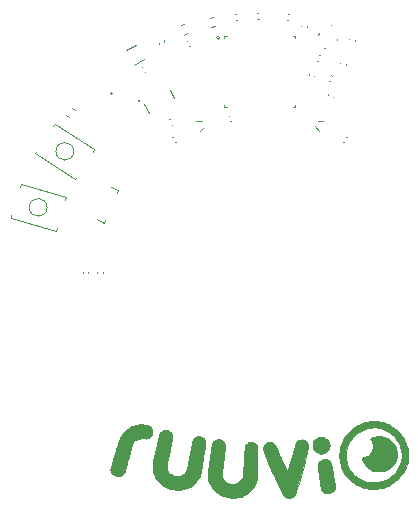
<source format=gto>
G04 #@! TF.FileFunction,Legend,Top*
%FSLAX46Y46*%
G04 Gerber Fmt 4.6, Leading zero omitted, Abs format (unit mm)*
G04 Created by KiCad (PCBNEW (2016-05-05 BZR 6775)-product) date 2016 June 06, Monday 00:12:01*
%MOMM*%
%LPD*%
G01*
G04 APERTURE LIST*
%ADD10C,0.020000*%
%ADD11C,0.010000*%
%ADD12C,0.100000*%
%ADD13C,0.070000*%
%ADD14C,3.200000*%
%ADD15R,0.700000X0.700000*%
%ADD16C,1.100000*%
%ADD17R,1.000000X1.000000*%
%ADD18C,1.800000*%
%ADD19R,1.680000X1.680000*%
%ADD20R,0.840000X0.410000*%
%ADD21R,0.410000X0.840000*%
%ADD22C,1.800000*%
%ADD23C,0.200000*%
G04 APERTURE END LIST*
D10*
D11*
G36*
X80899689Y-76909732D02*
X80985819Y-76933871D01*
X81069457Y-76973538D01*
X81152637Y-77029332D01*
X81165685Y-77039514D01*
X81235085Y-77104602D01*
X81289851Y-77178114D01*
X81330309Y-77260580D01*
X81355559Y-77346611D01*
X81359568Y-77366759D01*
X81362615Y-77386361D01*
X81364486Y-77406583D01*
X81364965Y-77428588D01*
X81363836Y-77453540D01*
X81360883Y-77482604D01*
X81355892Y-77516943D01*
X81348647Y-77557723D01*
X81338932Y-77606108D01*
X81326531Y-77663261D01*
X81311229Y-77730346D01*
X81292810Y-77808529D01*
X81271060Y-77898973D01*
X81245761Y-78002843D01*
X81216700Y-78121302D01*
X81198212Y-78196431D01*
X81047045Y-78795183D01*
X80889252Y-79390813D01*
X80725824Y-79979739D01*
X80557750Y-80558375D01*
X80423468Y-81002196D01*
X80389368Y-81112429D01*
X80359455Y-81207815D01*
X80333136Y-81289744D01*
X80309818Y-81359608D01*
X80288907Y-81418797D01*
X80269811Y-81468704D01*
X80251936Y-81510718D01*
X80234689Y-81546231D01*
X80217476Y-81576634D01*
X80199706Y-81603318D01*
X80180784Y-81627674D01*
X80160117Y-81651094D01*
X80137112Y-81674968D01*
X80136192Y-81675895D01*
X80098295Y-81712234D01*
X80065043Y-81739303D01*
X80030785Y-81761274D01*
X79996141Y-81779305D01*
X79904895Y-81814576D01*
X79809531Y-81834594D01*
X79712888Y-81839006D01*
X79617803Y-81827455D01*
X79615268Y-81826915D01*
X79515435Y-81797363D01*
X79424945Y-81753819D01*
X79344107Y-81696457D01*
X79289321Y-81643732D01*
X79272110Y-81623513D01*
X79253766Y-81598905D01*
X79233671Y-81568780D01*
X79211208Y-81532010D01*
X79185761Y-81487466D01*
X79156713Y-81434022D01*
X79123447Y-81370548D01*
X79085346Y-81295916D01*
X79041793Y-81208999D01*
X78992171Y-81108668D01*
X78952387Y-81027588D01*
X78797475Y-80708193D01*
X78650772Y-80399699D01*
X78510893Y-80099060D01*
X78376453Y-79803231D01*
X78246068Y-79509165D01*
X78118354Y-79213817D01*
X77993765Y-78918552D01*
X77946403Y-78804363D01*
X77899405Y-78689890D01*
X77853279Y-78576428D01*
X77808527Y-78465277D01*
X77765656Y-78357735D01*
X77725171Y-78255098D01*
X77687577Y-78158666D01*
X77653379Y-78069735D01*
X77623083Y-77989604D01*
X77597193Y-77919571D01*
X77576214Y-77860933D01*
X77560653Y-77814989D01*
X77551014Y-77783036D01*
X77549609Y-77777471D01*
X77537770Y-77692213D01*
X77541561Y-77606711D01*
X77559802Y-77522695D01*
X77591309Y-77441894D01*
X77634902Y-77366037D01*
X77689398Y-77296854D01*
X77753617Y-77236075D01*
X77826375Y-77185427D01*
X77906492Y-77146642D01*
X77992785Y-77121448D01*
X77998674Y-77120305D01*
X78089294Y-77110670D01*
X78179922Y-77115077D01*
X78266806Y-77133050D01*
X78346191Y-77164111D01*
X78347082Y-77164561D01*
X78397257Y-77197011D01*
X78448349Y-77242766D01*
X78497660Y-77298596D01*
X78542490Y-77361267D01*
X78580143Y-77427549D01*
X78596238Y-77462968D01*
X78634987Y-77556037D01*
X78674784Y-77649981D01*
X78716370Y-77746462D01*
X78760489Y-77847144D01*
X78807883Y-77953689D01*
X78859296Y-78067761D01*
X78915470Y-78191024D01*
X78977149Y-78325139D01*
X79045075Y-78471770D01*
X79090253Y-78568841D01*
X79125943Y-78644998D01*
X79164175Y-78725841D01*
X79204288Y-78810026D01*
X79245622Y-78896209D01*
X79287515Y-78983046D01*
X79329307Y-79069194D01*
X79370335Y-79153307D01*
X79409940Y-79234042D01*
X79447461Y-79310056D01*
X79482236Y-79380004D01*
X79513604Y-79442542D01*
X79540904Y-79496325D01*
X79563476Y-79540012D01*
X79580658Y-79572256D01*
X79591790Y-79591714D01*
X79596016Y-79597198D01*
X79601934Y-79589727D01*
X79610569Y-79570068D01*
X79620126Y-79542347D01*
X79620828Y-79540067D01*
X79672896Y-79369033D01*
X79721053Y-79210077D01*
X79765954Y-79060927D01*
X79808257Y-78919314D01*
X79848617Y-78782964D01*
X79887692Y-78649607D01*
X79926137Y-78516972D01*
X79964609Y-78382786D01*
X80003766Y-78244779D01*
X80044262Y-78100680D01*
X80086755Y-77948216D01*
X80131901Y-77785116D01*
X80180356Y-77609110D01*
X80207318Y-77510860D01*
X80232158Y-77421352D01*
X80253774Y-77346416D01*
X80272938Y-77284174D01*
X80290419Y-77232748D01*
X80306990Y-77190262D01*
X80323422Y-77154836D01*
X80340485Y-77124593D01*
X80358951Y-77097656D01*
X80379590Y-77072147D01*
X80394174Y-77055835D01*
X80448387Y-77004412D01*
X80506586Y-76964893D01*
X80571900Y-76935801D01*
X80647455Y-76915656D01*
X80711812Y-76905638D01*
X80809031Y-76900521D01*
X80899689Y-76909732D01*
X80899689Y-76909732D01*
G37*
X80899689Y-76909732D02*
X80985819Y-76933871D01*
X81069457Y-76973538D01*
X81152637Y-77029332D01*
X81165685Y-77039514D01*
X81235085Y-77104602D01*
X81289851Y-77178114D01*
X81330309Y-77260580D01*
X81355559Y-77346611D01*
X81359568Y-77366759D01*
X81362615Y-77386361D01*
X81364486Y-77406583D01*
X81364965Y-77428588D01*
X81363836Y-77453540D01*
X81360883Y-77482604D01*
X81355892Y-77516943D01*
X81348647Y-77557723D01*
X81338932Y-77606108D01*
X81326531Y-77663261D01*
X81311229Y-77730346D01*
X81292810Y-77808529D01*
X81271060Y-77898973D01*
X81245761Y-78002843D01*
X81216700Y-78121302D01*
X81198212Y-78196431D01*
X81047045Y-78795183D01*
X80889252Y-79390813D01*
X80725824Y-79979739D01*
X80557750Y-80558375D01*
X80423468Y-81002196D01*
X80389368Y-81112429D01*
X80359455Y-81207815D01*
X80333136Y-81289744D01*
X80309818Y-81359608D01*
X80288907Y-81418797D01*
X80269811Y-81468704D01*
X80251936Y-81510718D01*
X80234689Y-81546231D01*
X80217476Y-81576634D01*
X80199706Y-81603318D01*
X80180784Y-81627674D01*
X80160117Y-81651094D01*
X80137112Y-81674968D01*
X80136192Y-81675895D01*
X80098295Y-81712234D01*
X80065043Y-81739303D01*
X80030785Y-81761274D01*
X79996141Y-81779305D01*
X79904895Y-81814576D01*
X79809531Y-81834594D01*
X79712888Y-81839006D01*
X79617803Y-81827455D01*
X79615268Y-81826915D01*
X79515435Y-81797363D01*
X79424945Y-81753819D01*
X79344107Y-81696457D01*
X79289321Y-81643732D01*
X79272110Y-81623513D01*
X79253766Y-81598905D01*
X79233671Y-81568780D01*
X79211208Y-81532010D01*
X79185761Y-81487466D01*
X79156713Y-81434022D01*
X79123447Y-81370548D01*
X79085346Y-81295916D01*
X79041793Y-81208999D01*
X78992171Y-81108668D01*
X78952387Y-81027588D01*
X78797475Y-80708193D01*
X78650772Y-80399699D01*
X78510893Y-80099060D01*
X78376453Y-79803231D01*
X78246068Y-79509165D01*
X78118354Y-79213817D01*
X77993765Y-78918552D01*
X77946403Y-78804363D01*
X77899405Y-78689890D01*
X77853279Y-78576428D01*
X77808527Y-78465277D01*
X77765656Y-78357735D01*
X77725171Y-78255098D01*
X77687577Y-78158666D01*
X77653379Y-78069735D01*
X77623083Y-77989604D01*
X77597193Y-77919571D01*
X77576214Y-77860933D01*
X77560653Y-77814989D01*
X77551014Y-77783036D01*
X77549609Y-77777471D01*
X77537770Y-77692213D01*
X77541561Y-77606711D01*
X77559802Y-77522695D01*
X77591309Y-77441894D01*
X77634902Y-77366037D01*
X77689398Y-77296854D01*
X77753617Y-77236075D01*
X77826375Y-77185427D01*
X77906492Y-77146642D01*
X77992785Y-77121448D01*
X77998674Y-77120305D01*
X78089294Y-77110670D01*
X78179922Y-77115077D01*
X78266806Y-77133050D01*
X78346191Y-77164111D01*
X78347082Y-77164561D01*
X78397257Y-77197011D01*
X78448349Y-77242766D01*
X78497660Y-77298596D01*
X78542490Y-77361267D01*
X78580143Y-77427549D01*
X78596238Y-77462968D01*
X78634987Y-77556037D01*
X78674784Y-77649981D01*
X78716370Y-77746462D01*
X78760489Y-77847144D01*
X78807883Y-77953689D01*
X78859296Y-78067761D01*
X78915470Y-78191024D01*
X78977149Y-78325139D01*
X79045075Y-78471770D01*
X79090253Y-78568841D01*
X79125943Y-78644998D01*
X79164175Y-78725841D01*
X79204288Y-78810026D01*
X79245622Y-78896209D01*
X79287515Y-78983046D01*
X79329307Y-79069194D01*
X79370335Y-79153307D01*
X79409940Y-79234042D01*
X79447461Y-79310056D01*
X79482236Y-79380004D01*
X79513604Y-79442542D01*
X79540904Y-79496325D01*
X79563476Y-79540012D01*
X79580658Y-79572256D01*
X79591790Y-79591714D01*
X79596016Y-79597198D01*
X79601934Y-79589727D01*
X79610569Y-79570068D01*
X79620126Y-79542347D01*
X79620828Y-79540067D01*
X79672896Y-79369033D01*
X79721053Y-79210077D01*
X79765954Y-79060927D01*
X79808257Y-78919314D01*
X79848617Y-78782964D01*
X79887692Y-78649607D01*
X79926137Y-78516972D01*
X79964609Y-78382786D01*
X80003766Y-78244779D01*
X80044262Y-78100680D01*
X80086755Y-77948216D01*
X80131901Y-77785116D01*
X80180356Y-77609110D01*
X80207318Y-77510860D01*
X80232158Y-77421352D01*
X80253774Y-77346416D01*
X80272938Y-77284174D01*
X80290419Y-77232748D01*
X80306990Y-77190262D01*
X80323422Y-77154836D01*
X80340485Y-77124593D01*
X80358951Y-77097656D01*
X80379590Y-77072147D01*
X80394174Y-77055835D01*
X80448387Y-77004412D01*
X80506586Y-76964893D01*
X80571900Y-76935801D01*
X80647455Y-76915656D01*
X80711812Y-76905638D01*
X80809031Y-76900521D01*
X80899689Y-76909732D01*
G36*
X73749755Y-76874440D02*
X73858916Y-76888164D01*
X73956292Y-76913949D01*
X74042115Y-76951935D01*
X74116619Y-77002264D01*
X74180036Y-77065075D01*
X74232600Y-77140508D01*
X74252044Y-77177109D01*
X74280894Y-77242458D01*
X74299599Y-77301965D01*
X74309219Y-77361435D01*
X74310819Y-77426670D01*
X74307592Y-77480567D01*
X74305080Y-77508894D01*
X74301830Y-77543378D01*
X74297765Y-77584746D01*
X74292804Y-77633726D01*
X74286871Y-77691044D01*
X74279887Y-77757426D01*
X74271773Y-77833601D01*
X74262451Y-77920294D01*
X74251842Y-78018233D01*
X74239869Y-78128145D01*
X74226453Y-78250756D01*
X74211516Y-78386794D01*
X74194978Y-78536984D01*
X74176763Y-78702055D01*
X74156790Y-78882733D01*
X74142353Y-79013192D01*
X74126677Y-79154893D01*
X74112786Y-79280803D01*
X74100586Y-79391953D01*
X74089979Y-79489375D01*
X74080871Y-79574101D01*
X74073168Y-79647162D01*
X74066772Y-79709591D01*
X74061589Y-79762418D01*
X74057523Y-79806677D01*
X74054479Y-79843397D01*
X74052362Y-79873612D01*
X74051076Y-79898352D01*
X74050526Y-79918650D01*
X74050616Y-79935536D01*
X74051252Y-79950044D01*
X74052336Y-79963204D01*
X74053518Y-79973913D01*
X74074416Y-80079694D01*
X74110615Y-80180319D01*
X74160986Y-80274705D01*
X74224401Y-80361770D01*
X74299730Y-80440434D01*
X74385846Y-80509613D01*
X74481618Y-80568226D01*
X74585919Y-80615192D01*
X74697619Y-80649427D01*
X74773949Y-80664387D01*
X74814241Y-80668446D01*
X74867371Y-80670552D01*
X74929352Y-80670596D01*
X74968617Y-80669606D01*
X75070436Y-80662869D01*
X75160031Y-80649462D01*
X75241171Y-80628271D01*
X75317624Y-80598180D01*
X75393156Y-80558076D01*
X75435574Y-80531411D01*
X75534226Y-80456643D01*
X75620560Y-80371003D01*
X75693781Y-80275585D01*
X75753098Y-80171480D01*
X75797719Y-80059779D01*
X75811063Y-80014024D01*
X75813999Y-80000979D01*
X75817013Y-79983547D01*
X75820162Y-79960954D01*
X75823504Y-79932426D01*
X75827096Y-79897188D01*
X75830994Y-79854466D01*
X75835256Y-79803485D01*
X75839939Y-79743470D01*
X75845100Y-79673648D01*
X75850795Y-79593243D01*
X75857082Y-79501481D01*
X75864018Y-79397587D01*
X75871660Y-79280788D01*
X75880065Y-79150308D01*
X75889290Y-79005372D01*
X75899391Y-78845208D01*
X75910427Y-78669039D01*
X75912218Y-78640368D01*
X75922268Y-78479304D01*
X75931336Y-78334217D01*
X75939513Y-78204194D01*
X75946893Y-78088318D01*
X75953569Y-77985674D01*
X75959633Y-77895348D01*
X75965177Y-77816423D01*
X75970295Y-77747984D01*
X75975080Y-77689117D01*
X75979622Y-77638905D01*
X75984017Y-77596434D01*
X75988356Y-77560788D01*
X75992731Y-77531052D01*
X75997236Y-77506311D01*
X76001963Y-77485648D01*
X76007006Y-77468150D01*
X76012455Y-77452900D01*
X76018406Y-77438984D01*
X76024949Y-77425486D01*
X76032178Y-77411491D01*
X76037736Y-77400830D01*
X76085924Y-77325423D01*
X76147144Y-77257949D01*
X76218590Y-77200728D01*
X76297451Y-77156080D01*
X76364572Y-77130802D01*
X76399851Y-77123880D01*
X76447022Y-77119413D01*
X76501225Y-77117413D01*
X76557603Y-77117891D01*
X76611297Y-77120859D01*
X76657447Y-77126330D01*
X76676285Y-77130034D01*
X76759270Y-77158144D01*
X76836016Y-77201331D01*
X76905151Y-77258457D01*
X76965304Y-77328386D01*
X77015102Y-77409981D01*
X77015781Y-77411323D01*
X77023586Y-77426658D01*
X77030527Y-77440633D01*
X77036636Y-77454276D01*
X77041948Y-77468614D01*
X77046498Y-77484676D01*
X77050319Y-77503490D01*
X77053447Y-77526083D01*
X77055914Y-77553484D01*
X77057757Y-77586721D01*
X77059008Y-77626821D01*
X77059703Y-77674813D01*
X77059876Y-77731725D01*
X77059560Y-77798584D01*
X77058791Y-77876418D01*
X77057602Y-77966257D01*
X77056028Y-78069127D01*
X77054104Y-78186056D01*
X77051862Y-78318074D01*
X77049896Y-78433419D01*
X77046078Y-78654885D01*
X77042434Y-78859791D01*
X77038956Y-79048503D01*
X77035634Y-79221388D01*
X77032459Y-79378812D01*
X77029424Y-79521143D01*
X77026518Y-79648745D01*
X77023734Y-79761987D01*
X77021062Y-79861234D01*
X77018494Y-79946854D01*
X77016020Y-80019212D01*
X77013633Y-80078674D01*
X77011322Y-80125609D01*
X77009080Y-80160381D01*
X77008037Y-80172739D01*
X76992627Y-80278914D01*
X76966283Y-80392942D01*
X76930379Y-80511059D01*
X76886292Y-80629500D01*
X76835396Y-80744498D01*
X76779067Y-80852288D01*
X76731377Y-80930253D01*
X76625163Y-81075976D01*
X76506074Y-81211008D01*
X76374884Y-81334675D01*
X76232366Y-81446298D01*
X76079293Y-81545203D01*
X75947184Y-81615976D01*
X75801255Y-81681105D01*
X75655088Y-81733232D01*
X75505471Y-81773172D01*
X75349196Y-81801741D01*
X75183052Y-81819756D01*
X75132612Y-81823121D01*
X75084053Y-81825819D01*
X75040496Y-81828014D01*
X75005143Y-81829561D01*
X74981196Y-81830317D01*
X74972849Y-81830292D01*
X74958324Y-81829378D01*
X74930655Y-81827676D01*
X74893598Y-81825416D01*
X74850907Y-81822828D01*
X74843491Y-81822380D01*
X74644879Y-81803182D01*
X74454070Y-81770146D01*
X74271822Y-81723460D01*
X74098888Y-81663312D01*
X73962277Y-81602962D01*
X73826520Y-81531126D01*
X73703104Y-81453587D01*
X73587638Y-81367222D01*
X73475734Y-81268902D01*
X73427826Y-81222379D01*
X73303723Y-81087204D01*
X73193954Y-80943808D01*
X73098880Y-80792858D01*
X73018860Y-80635018D01*
X72954254Y-80470955D01*
X72905424Y-80301332D01*
X72889542Y-80227754D01*
X72882385Y-80189943D01*
X72876870Y-80157060D01*
X72872778Y-80125974D01*
X72869895Y-80093558D01*
X72868004Y-80056681D01*
X72866887Y-80012216D01*
X72866329Y-79957033D01*
X72866115Y-79889200D01*
X72865999Y-79855835D01*
X72865839Y-79826179D01*
X72865751Y-79799239D01*
X72865852Y-79774022D01*
X72866256Y-79749534D01*
X72867080Y-79724783D01*
X72868440Y-79698775D01*
X72870452Y-79670518D01*
X72873232Y-79639018D01*
X72876895Y-79603282D01*
X72881558Y-79562317D01*
X72887337Y-79515129D01*
X72894347Y-79460727D01*
X72902705Y-79398115D01*
X72912526Y-79326303D01*
X72923927Y-79244295D01*
X72937023Y-79151099D01*
X72951931Y-79045723D01*
X72968765Y-78927172D01*
X72987643Y-78794454D01*
X73008680Y-78646576D01*
X73022739Y-78547681D01*
X73047316Y-78374705D01*
X73069644Y-78217653D01*
X73089871Y-78075689D01*
X73108144Y-77947979D01*
X73124610Y-77833689D01*
X73139417Y-77731984D01*
X73152714Y-77642031D01*
X73164646Y-77562994D01*
X73175363Y-77494040D01*
X73185011Y-77434335D01*
X73193739Y-77383043D01*
X73201693Y-77339331D01*
X73209021Y-77302363D01*
X73215871Y-77271307D01*
X73222391Y-77245328D01*
X73228727Y-77223590D01*
X73235028Y-77205261D01*
X73241441Y-77189505D01*
X73248114Y-77175488D01*
X73255195Y-77162377D01*
X73262830Y-77149336D01*
X73271168Y-77135531D01*
X73273086Y-77132349D01*
X73327345Y-77057405D01*
X73392232Y-76993773D01*
X73465805Y-76942504D01*
X73546123Y-76904647D01*
X73631244Y-76881255D01*
X73719227Y-76873377D01*
X73749755Y-76874440D01*
X73749755Y-76874440D01*
G37*
X73749755Y-76874440D02*
X73858916Y-76888164D01*
X73956292Y-76913949D01*
X74042115Y-76951935D01*
X74116619Y-77002264D01*
X74180036Y-77065075D01*
X74232600Y-77140508D01*
X74252044Y-77177109D01*
X74280894Y-77242458D01*
X74299599Y-77301965D01*
X74309219Y-77361435D01*
X74310819Y-77426670D01*
X74307592Y-77480567D01*
X74305080Y-77508894D01*
X74301830Y-77543378D01*
X74297765Y-77584746D01*
X74292804Y-77633726D01*
X74286871Y-77691044D01*
X74279887Y-77757426D01*
X74271773Y-77833601D01*
X74262451Y-77920294D01*
X74251842Y-78018233D01*
X74239869Y-78128145D01*
X74226453Y-78250756D01*
X74211516Y-78386794D01*
X74194978Y-78536984D01*
X74176763Y-78702055D01*
X74156790Y-78882733D01*
X74142353Y-79013192D01*
X74126677Y-79154893D01*
X74112786Y-79280803D01*
X74100586Y-79391953D01*
X74089979Y-79489375D01*
X74080871Y-79574101D01*
X74073168Y-79647162D01*
X74066772Y-79709591D01*
X74061589Y-79762418D01*
X74057523Y-79806677D01*
X74054479Y-79843397D01*
X74052362Y-79873612D01*
X74051076Y-79898352D01*
X74050526Y-79918650D01*
X74050616Y-79935536D01*
X74051252Y-79950044D01*
X74052336Y-79963204D01*
X74053518Y-79973913D01*
X74074416Y-80079694D01*
X74110615Y-80180319D01*
X74160986Y-80274705D01*
X74224401Y-80361770D01*
X74299730Y-80440434D01*
X74385846Y-80509613D01*
X74481618Y-80568226D01*
X74585919Y-80615192D01*
X74697619Y-80649427D01*
X74773949Y-80664387D01*
X74814241Y-80668446D01*
X74867371Y-80670552D01*
X74929352Y-80670596D01*
X74968617Y-80669606D01*
X75070436Y-80662869D01*
X75160031Y-80649462D01*
X75241171Y-80628271D01*
X75317624Y-80598180D01*
X75393156Y-80558076D01*
X75435574Y-80531411D01*
X75534226Y-80456643D01*
X75620560Y-80371003D01*
X75693781Y-80275585D01*
X75753098Y-80171480D01*
X75797719Y-80059779D01*
X75811063Y-80014024D01*
X75813999Y-80000979D01*
X75817013Y-79983547D01*
X75820162Y-79960954D01*
X75823504Y-79932426D01*
X75827096Y-79897188D01*
X75830994Y-79854466D01*
X75835256Y-79803485D01*
X75839939Y-79743470D01*
X75845100Y-79673648D01*
X75850795Y-79593243D01*
X75857082Y-79501481D01*
X75864018Y-79397587D01*
X75871660Y-79280788D01*
X75880065Y-79150308D01*
X75889290Y-79005372D01*
X75899391Y-78845208D01*
X75910427Y-78669039D01*
X75912218Y-78640368D01*
X75922268Y-78479304D01*
X75931336Y-78334217D01*
X75939513Y-78204194D01*
X75946893Y-78088318D01*
X75953569Y-77985674D01*
X75959633Y-77895348D01*
X75965177Y-77816423D01*
X75970295Y-77747984D01*
X75975080Y-77689117D01*
X75979622Y-77638905D01*
X75984017Y-77596434D01*
X75988356Y-77560788D01*
X75992731Y-77531052D01*
X75997236Y-77506311D01*
X76001963Y-77485648D01*
X76007006Y-77468150D01*
X76012455Y-77452900D01*
X76018406Y-77438984D01*
X76024949Y-77425486D01*
X76032178Y-77411491D01*
X76037736Y-77400830D01*
X76085924Y-77325423D01*
X76147144Y-77257949D01*
X76218590Y-77200728D01*
X76297451Y-77156080D01*
X76364572Y-77130802D01*
X76399851Y-77123880D01*
X76447022Y-77119413D01*
X76501225Y-77117413D01*
X76557603Y-77117891D01*
X76611297Y-77120859D01*
X76657447Y-77126330D01*
X76676285Y-77130034D01*
X76759270Y-77158144D01*
X76836016Y-77201331D01*
X76905151Y-77258457D01*
X76965304Y-77328386D01*
X77015102Y-77409981D01*
X77015781Y-77411323D01*
X77023586Y-77426658D01*
X77030527Y-77440633D01*
X77036636Y-77454276D01*
X77041948Y-77468614D01*
X77046498Y-77484676D01*
X77050319Y-77503490D01*
X77053447Y-77526083D01*
X77055914Y-77553484D01*
X77057757Y-77586721D01*
X77059008Y-77626821D01*
X77059703Y-77674813D01*
X77059876Y-77731725D01*
X77059560Y-77798584D01*
X77058791Y-77876418D01*
X77057602Y-77966257D01*
X77056028Y-78069127D01*
X77054104Y-78186056D01*
X77051862Y-78318074D01*
X77049896Y-78433419D01*
X77046078Y-78654885D01*
X77042434Y-78859791D01*
X77038956Y-79048503D01*
X77035634Y-79221388D01*
X77032459Y-79378812D01*
X77029424Y-79521143D01*
X77026518Y-79648745D01*
X77023734Y-79761987D01*
X77021062Y-79861234D01*
X77018494Y-79946854D01*
X77016020Y-80019212D01*
X77013633Y-80078674D01*
X77011322Y-80125609D01*
X77009080Y-80160381D01*
X77008037Y-80172739D01*
X76992627Y-80278914D01*
X76966283Y-80392942D01*
X76930379Y-80511059D01*
X76886292Y-80629500D01*
X76835396Y-80744498D01*
X76779067Y-80852288D01*
X76731377Y-80930253D01*
X76625163Y-81075976D01*
X76506074Y-81211008D01*
X76374884Y-81334675D01*
X76232366Y-81446298D01*
X76079293Y-81545203D01*
X75947184Y-81615976D01*
X75801255Y-81681105D01*
X75655088Y-81733232D01*
X75505471Y-81773172D01*
X75349196Y-81801741D01*
X75183052Y-81819756D01*
X75132612Y-81823121D01*
X75084053Y-81825819D01*
X75040496Y-81828014D01*
X75005143Y-81829561D01*
X74981196Y-81830317D01*
X74972849Y-81830292D01*
X74958324Y-81829378D01*
X74930655Y-81827676D01*
X74893598Y-81825416D01*
X74850907Y-81822828D01*
X74843491Y-81822380D01*
X74644879Y-81803182D01*
X74454070Y-81770146D01*
X74271822Y-81723460D01*
X74098888Y-81663312D01*
X73962277Y-81602962D01*
X73826520Y-81531126D01*
X73703104Y-81453587D01*
X73587638Y-81367222D01*
X73475734Y-81268902D01*
X73427826Y-81222379D01*
X73303723Y-81087204D01*
X73193954Y-80943808D01*
X73098880Y-80792858D01*
X73018860Y-80635018D01*
X72954254Y-80470955D01*
X72905424Y-80301332D01*
X72889542Y-80227754D01*
X72882385Y-80189943D01*
X72876870Y-80157060D01*
X72872778Y-80125974D01*
X72869895Y-80093558D01*
X72868004Y-80056681D01*
X72866887Y-80012216D01*
X72866329Y-79957033D01*
X72866115Y-79889200D01*
X72865999Y-79855835D01*
X72865839Y-79826179D01*
X72865751Y-79799239D01*
X72865852Y-79774022D01*
X72866256Y-79749534D01*
X72867080Y-79724783D01*
X72868440Y-79698775D01*
X72870452Y-79670518D01*
X72873232Y-79639018D01*
X72876895Y-79603282D01*
X72881558Y-79562317D01*
X72887337Y-79515129D01*
X72894347Y-79460727D01*
X72902705Y-79398115D01*
X72912526Y-79326303D01*
X72923927Y-79244295D01*
X72937023Y-79151099D01*
X72951931Y-79045723D01*
X72968765Y-78927172D01*
X72987643Y-78794454D01*
X73008680Y-78646576D01*
X73022739Y-78547681D01*
X73047316Y-78374705D01*
X73069644Y-78217653D01*
X73089871Y-78075689D01*
X73108144Y-77947979D01*
X73124610Y-77833689D01*
X73139417Y-77731984D01*
X73152714Y-77642031D01*
X73164646Y-77562994D01*
X73175363Y-77494040D01*
X73185011Y-77434335D01*
X73193739Y-77383043D01*
X73201693Y-77339331D01*
X73209021Y-77302363D01*
X73215871Y-77271307D01*
X73222391Y-77245328D01*
X73228727Y-77223590D01*
X73235028Y-77205261D01*
X73241441Y-77189505D01*
X73248114Y-77175488D01*
X73255195Y-77162377D01*
X73262830Y-77149336D01*
X73271168Y-77135531D01*
X73273086Y-77132349D01*
X73327345Y-77057405D01*
X73392232Y-76993773D01*
X73465805Y-76942504D01*
X73546123Y-76904647D01*
X73631244Y-76881255D01*
X73719227Y-76873377D01*
X73749755Y-76874440D01*
G36*
X82868574Y-78570196D02*
X82919953Y-78573991D01*
X82958487Y-78580386D01*
X83039644Y-78608338D01*
X83110747Y-78649567D01*
X83172035Y-78704311D01*
X83223751Y-78772810D01*
X83266134Y-78855302D01*
X83284825Y-78904574D01*
X83292115Y-78928571D01*
X83300525Y-78961180D01*
X83310165Y-79003014D01*
X83321148Y-79054682D01*
X83333583Y-79116798D01*
X83347582Y-79189972D01*
X83363256Y-79274815D01*
X83380715Y-79371940D01*
X83400071Y-79481958D01*
X83421434Y-79605479D01*
X83444916Y-79743117D01*
X83470627Y-79895481D01*
X83498679Y-80063184D01*
X83529181Y-80246837D01*
X83537928Y-80299697D01*
X83557406Y-80417687D01*
X83574209Y-80520322D01*
X83588440Y-80608946D01*
X83600205Y-80684900D01*
X83609610Y-80749527D01*
X83616761Y-80804171D01*
X83621761Y-80850174D01*
X83624718Y-80888879D01*
X83625735Y-80921628D01*
X83624919Y-80949764D01*
X83622375Y-80974631D01*
X83618208Y-80997570D01*
X83612524Y-81019925D01*
X83605427Y-81043038D01*
X83598003Y-81065352D01*
X83560809Y-81150174D01*
X83510118Y-81225424D01*
X83446730Y-81290600D01*
X83371441Y-81345198D01*
X83285050Y-81388715D01*
X83188354Y-81420648D01*
X83082151Y-81440494D01*
X82992343Y-81447287D01*
X82919846Y-81447586D01*
X82863380Y-81443573D01*
X82835762Y-81438794D01*
X82778815Y-81423081D01*
X82722418Y-81402934D01*
X82672039Y-81380526D01*
X82634016Y-81358632D01*
X82586534Y-81319559D01*
X82540002Y-81269961D01*
X82499442Y-81215746D01*
X82472758Y-81169068D01*
X82466514Y-81156080D01*
X82460892Y-81144286D01*
X82455731Y-81132757D01*
X82450873Y-81120564D01*
X82446158Y-81106775D01*
X82441427Y-81090461D01*
X82436521Y-81070692D01*
X82431280Y-81046538D01*
X82425544Y-81017070D01*
X82419156Y-80981357D01*
X82411954Y-80938469D01*
X82403780Y-80887478D01*
X82394475Y-80827451D01*
X82383880Y-80757461D01*
X82371834Y-80676576D01*
X82358178Y-80583868D01*
X82342754Y-80478405D01*
X82325402Y-80359259D01*
X82305963Y-80225499D01*
X82284277Y-80076195D01*
X82277399Y-80028854D01*
X82257769Y-79893683D01*
X82240442Y-79774134D01*
X82225274Y-79669081D01*
X82212122Y-79577395D01*
X82200840Y-79497949D01*
X82191284Y-79429616D01*
X82183312Y-79371269D01*
X82176778Y-79321780D01*
X82171539Y-79280021D01*
X82167451Y-79244865D01*
X82164369Y-79215186D01*
X82162150Y-79189854D01*
X82160649Y-79167744D01*
X82159723Y-79147727D01*
X82159227Y-79128676D01*
X82159017Y-79109464D01*
X82158983Y-79102063D01*
X82162623Y-79024601D01*
X82175002Y-78957557D01*
X82197420Y-78896147D01*
X82231174Y-78835585D01*
X82231351Y-78835311D01*
X82289471Y-78760811D01*
X82360174Y-78697322D01*
X82442831Y-78645277D01*
X82536809Y-78605111D01*
X82590310Y-78588965D01*
X82633456Y-78580536D01*
X82687462Y-78574337D01*
X82747721Y-78570476D01*
X82809627Y-78569060D01*
X82868574Y-78570196D01*
X82868574Y-78570196D01*
G37*
X82868574Y-78570196D02*
X82919953Y-78573991D01*
X82958487Y-78580386D01*
X83039644Y-78608338D01*
X83110747Y-78649567D01*
X83172035Y-78704311D01*
X83223751Y-78772810D01*
X83266134Y-78855302D01*
X83284825Y-78904574D01*
X83292115Y-78928571D01*
X83300525Y-78961180D01*
X83310165Y-79003014D01*
X83321148Y-79054682D01*
X83333583Y-79116798D01*
X83347582Y-79189972D01*
X83363256Y-79274815D01*
X83380715Y-79371940D01*
X83400071Y-79481958D01*
X83421434Y-79605479D01*
X83444916Y-79743117D01*
X83470627Y-79895481D01*
X83498679Y-80063184D01*
X83529181Y-80246837D01*
X83537928Y-80299697D01*
X83557406Y-80417687D01*
X83574209Y-80520322D01*
X83588440Y-80608946D01*
X83600205Y-80684900D01*
X83609610Y-80749527D01*
X83616761Y-80804171D01*
X83621761Y-80850174D01*
X83624718Y-80888879D01*
X83625735Y-80921628D01*
X83624919Y-80949764D01*
X83622375Y-80974631D01*
X83618208Y-80997570D01*
X83612524Y-81019925D01*
X83605427Y-81043038D01*
X83598003Y-81065352D01*
X83560809Y-81150174D01*
X83510118Y-81225424D01*
X83446730Y-81290600D01*
X83371441Y-81345198D01*
X83285050Y-81388715D01*
X83188354Y-81420648D01*
X83082151Y-81440494D01*
X82992343Y-81447287D01*
X82919846Y-81447586D01*
X82863380Y-81443573D01*
X82835762Y-81438794D01*
X82778815Y-81423081D01*
X82722418Y-81402934D01*
X82672039Y-81380526D01*
X82634016Y-81358632D01*
X82586534Y-81319559D01*
X82540002Y-81269961D01*
X82499442Y-81215746D01*
X82472758Y-81169068D01*
X82466514Y-81156080D01*
X82460892Y-81144286D01*
X82455731Y-81132757D01*
X82450873Y-81120564D01*
X82446158Y-81106775D01*
X82441427Y-81090461D01*
X82436521Y-81070692D01*
X82431280Y-81046538D01*
X82425544Y-81017070D01*
X82419156Y-80981357D01*
X82411954Y-80938469D01*
X82403780Y-80887478D01*
X82394475Y-80827451D01*
X82383880Y-80757461D01*
X82371834Y-80676576D01*
X82358178Y-80583868D01*
X82342754Y-80478405D01*
X82325402Y-80359259D01*
X82305963Y-80225499D01*
X82284277Y-80076195D01*
X82277399Y-80028854D01*
X82257769Y-79893683D01*
X82240442Y-79774134D01*
X82225274Y-79669081D01*
X82212122Y-79577395D01*
X82200840Y-79497949D01*
X82191284Y-79429616D01*
X82183312Y-79371269D01*
X82176778Y-79321780D01*
X82171539Y-79280021D01*
X82167451Y-79244865D01*
X82164369Y-79215186D01*
X82162150Y-79189854D01*
X82160649Y-79167744D01*
X82159723Y-79147727D01*
X82159227Y-79128676D01*
X82159017Y-79109464D01*
X82158983Y-79102063D01*
X82162623Y-79024601D01*
X82175002Y-78957557D01*
X82197420Y-78896147D01*
X82231174Y-78835585D01*
X82231351Y-78835311D01*
X82289471Y-78760811D01*
X82360174Y-78697322D01*
X82442831Y-78645277D01*
X82536809Y-78605111D01*
X82590310Y-78588965D01*
X82633456Y-78580536D01*
X82687462Y-78574337D01*
X82747721Y-78570476D01*
X82809627Y-78569060D01*
X82868574Y-78570196D01*
G36*
X69356924Y-76096311D02*
X69365281Y-76097850D01*
X69458741Y-76120224D01*
X69539335Y-76150102D01*
X69610038Y-76189030D01*
X69673830Y-76238555D01*
X69715324Y-76279661D01*
X69769122Y-76348046D01*
X69809743Y-76423683D01*
X69838942Y-76509863D01*
X69839674Y-76512702D01*
X69843781Y-76528213D01*
X69847559Y-76542217D01*
X69850876Y-76555498D01*
X69853599Y-76568840D01*
X69855595Y-76583027D01*
X69856730Y-76598843D01*
X69856873Y-76617073D01*
X69855890Y-76638501D01*
X69853648Y-76663910D01*
X69850015Y-76694085D01*
X69844857Y-76729810D01*
X69838042Y-76771870D01*
X69829436Y-76821047D01*
X69818908Y-76878127D01*
X69806323Y-76943894D01*
X69791549Y-77019131D01*
X69774454Y-77104624D01*
X69754904Y-77201155D01*
X69732766Y-77309509D01*
X69707908Y-77430471D01*
X69680197Y-77564824D01*
X69649499Y-77713352D01*
X69615682Y-77876841D01*
X69578613Y-78056073D01*
X69575842Y-78069474D01*
X69545752Y-78215403D01*
X69517300Y-78354154D01*
X69490653Y-78484884D01*
X69465978Y-78606751D01*
X69443442Y-78718914D01*
X69423210Y-78820530D01*
X69405450Y-78910758D01*
X69390328Y-78988756D01*
X69378011Y-79053682D01*
X69368665Y-79104695D01*
X69362457Y-79140952D01*
X69359553Y-79161612D01*
X69359414Y-79163283D01*
X69360981Y-79263358D01*
X69378499Y-79363616D01*
X69411108Y-79462261D01*
X69457948Y-79557497D01*
X69518158Y-79647527D01*
X69590880Y-79730555D01*
X69661349Y-79793850D01*
X69761701Y-79863792D01*
X69869875Y-79918833D01*
X69985386Y-79958823D01*
X70107745Y-79983608D01*
X70236466Y-79993038D01*
X70296575Y-79992221D01*
X70421482Y-79979525D01*
X70539651Y-79951942D01*
X70650201Y-79910022D01*
X70752254Y-79854314D01*
X70844929Y-79785367D01*
X70927348Y-79703732D01*
X70998631Y-79609959D01*
X71049601Y-79521533D01*
X71057616Y-79505522D01*
X71065021Y-79490254D01*
X71071993Y-79474883D01*
X71078705Y-79458567D01*
X71085333Y-79440460D01*
X71092052Y-79419718D01*
X71099037Y-79395497D01*
X71106464Y-79366952D01*
X71114507Y-79333239D01*
X71123342Y-79293514D01*
X71133144Y-79246932D01*
X71144087Y-79192649D01*
X71156348Y-79129820D01*
X71170101Y-79057602D01*
X71185522Y-78975150D01*
X71202785Y-78881619D01*
X71222066Y-78776165D01*
X71243540Y-78657944D01*
X71267382Y-78526112D01*
X71293767Y-78379824D01*
X71322871Y-78218235D01*
X71342033Y-78111793D01*
X71371138Y-77950159D01*
X71397438Y-77804306D01*
X71421121Y-77673351D01*
X71442378Y-77556416D01*
X71461399Y-77452619D01*
X71478373Y-77361079D01*
X71493490Y-77280917D01*
X71506940Y-77211251D01*
X71518913Y-77151202D01*
X71529598Y-77099887D01*
X71539185Y-77056428D01*
X71547864Y-77019942D01*
X71555824Y-76989551D01*
X71563256Y-76964372D01*
X71570349Y-76943526D01*
X71577292Y-76926132D01*
X71584277Y-76911309D01*
X71591491Y-76898177D01*
X71599126Y-76885856D01*
X71607370Y-76873464D01*
X71609571Y-76870219D01*
X71671352Y-76793599D01*
X71743582Y-76730297D01*
X71826244Y-76680326D01*
X71889175Y-76653690D01*
X71918220Y-76643979D01*
X71944173Y-76637553D01*
X71971933Y-76633763D01*
X72006396Y-76631963D01*
X72052463Y-76631506D01*
X72057054Y-76631508D01*
X72160115Y-76636828D01*
X72251573Y-76653049D01*
X72333349Y-76680886D01*
X72407359Y-76721053D01*
X72475524Y-76774266D01*
X72498195Y-76795944D01*
X72536836Y-76837371D01*
X72566168Y-76875992D01*
X72590990Y-76918356D01*
X72597806Y-76931820D01*
X72623150Y-76991063D01*
X72641802Y-77050927D01*
X72652744Y-77107115D01*
X72654960Y-77155328D01*
X72653703Y-77168074D01*
X72651150Y-77185149D01*
X72646192Y-77217664D01*
X72639031Y-77264334D01*
X72629865Y-77323875D01*
X72618893Y-77395000D01*
X72606316Y-77476424D01*
X72592332Y-77566862D01*
X72577141Y-77665027D01*
X72560942Y-77769636D01*
X72543935Y-77879401D01*
X72526320Y-77993038D01*
X72508295Y-78109261D01*
X72490060Y-78226785D01*
X72471815Y-78344324D01*
X72453760Y-78460593D01*
X72436092Y-78574306D01*
X72419013Y-78684178D01*
X72402721Y-78788924D01*
X72387416Y-78887257D01*
X72373298Y-78977893D01*
X72360565Y-79059546D01*
X72349418Y-79130930D01*
X72340055Y-79190761D01*
X72332676Y-79237751D01*
X72327481Y-79270618D01*
X72327366Y-79271340D01*
X72309395Y-79382959D01*
X72293291Y-79479639D01*
X72278616Y-79563211D01*
X72264932Y-79635506D01*
X72251800Y-79698354D01*
X72238781Y-79753588D01*
X72225437Y-79803036D01*
X72211329Y-79848531D01*
X72196018Y-79891903D01*
X72179067Y-79934984D01*
X72160035Y-79979603D01*
X72154920Y-79991171D01*
X72073020Y-80155748D01*
X71978898Y-80308637D01*
X71872486Y-80449907D01*
X71753717Y-80579630D01*
X71622523Y-80697874D01*
X71478836Y-80804708D01*
X71322590Y-80900204D01*
X71223366Y-80951803D01*
X71139340Y-80991508D01*
X71064297Y-81023714D01*
X70993154Y-81050343D01*
X70920827Y-81073315D01*
X70852163Y-81092030D01*
X70779709Y-81109643D01*
X70714078Y-81123298D01*
X70651022Y-81133518D01*
X70586294Y-81140822D01*
X70515646Y-81145735D01*
X70434832Y-81148777D01*
X70381213Y-81149896D01*
X70323391Y-81150679D01*
X70269967Y-81151093D01*
X70223692Y-81151140D01*
X70187319Y-81150824D01*
X70163598Y-81150149D01*
X70156921Y-81149623D01*
X70137307Y-81147102D01*
X70106215Y-81143332D01*
X70068991Y-81138958D01*
X70051123Y-81136902D01*
X70009004Y-81131337D01*
X69957529Y-81123418D01*
X69903901Y-81114302D01*
X69864918Y-81107045D01*
X69672505Y-81061653D01*
X69489573Y-81002631D01*
X69316449Y-80930221D01*
X69153461Y-80844666D01*
X69000936Y-80746210D01*
X68859201Y-80635094D01*
X68728585Y-80511562D01*
X68609414Y-80375856D01*
X68502015Y-80228219D01*
X68406717Y-80068893D01*
X68370715Y-79999230D01*
X68298410Y-79834634D01*
X68242619Y-79667044D01*
X68203415Y-79496939D01*
X68180874Y-79324801D01*
X68175071Y-79151107D01*
X68186080Y-78976338D01*
X68197747Y-78889740D01*
X68203012Y-78857542D01*
X68208955Y-78823355D01*
X68215791Y-78786211D01*
X68223731Y-78745142D01*
X68232988Y-78699178D01*
X68243776Y-78647351D01*
X68256307Y-78588694D01*
X68270794Y-78522237D01*
X68287449Y-78447012D01*
X68306486Y-78362051D01*
X68328118Y-78266385D01*
X68352556Y-78159045D01*
X68380015Y-78039064D01*
X68410706Y-77905473D01*
X68444843Y-77757303D01*
X68481219Y-77599730D01*
X68519158Y-77435489D01*
X68553499Y-77286886D01*
X68584471Y-77153073D01*
X68612307Y-77033201D01*
X68637238Y-76926419D01*
X68659495Y-76831878D01*
X68679309Y-76748729D01*
X68696912Y-76676122D01*
X68712535Y-76613208D01*
X68726410Y-76559137D01*
X68738767Y-76513060D01*
X68749839Y-76474128D01*
X68759856Y-76441490D01*
X68769050Y-76414297D01*
X68777652Y-76391701D01*
X68785893Y-76372850D01*
X68794005Y-76356897D01*
X68802220Y-76342991D01*
X68810767Y-76330283D01*
X68819880Y-76317923D01*
X68829788Y-76305063D01*
X68835950Y-76297093D01*
X68889528Y-76235858D01*
X68947630Y-76187199D01*
X69015510Y-76146781D01*
X69022311Y-76143383D01*
X69104527Y-76109540D01*
X69185150Y-76090752D01*
X69268006Y-76086511D01*
X69356924Y-76096311D01*
X69356924Y-76096311D01*
G37*
X69356924Y-76096311D02*
X69365281Y-76097850D01*
X69458741Y-76120224D01*
X69539335Y-76150102D01*
X69610038Y-76189030D01*
X69673830Y-76238555D01*
X69715324Y-76279661D01*
X69769122Y-76348046D01*
X69809743Y-76423683D01*
X69838942Y-76509863D01*
X69839674Y-76512702D01*
X69843781Y-76528213D01*
X69847559Y-76542217D01*
X69850876Y-76555498D01*
X69853599Y-76568840D01*
X69855595Y-76583027D01*
X69856730Y-76598843D01*
X69856873Y-76617073D01*
X69855890Y-76638501D01*
X69853648Y-76663910D01*
X69850015Y-76694085D01*
X69844857Y-76729810D01*
X69838042Y-76771870D01*
X69829436Y-76821047D01*
X69818908Y-76878127D01*
X69806323Y-76943894D01*
X69791549Y-77019131D01*
X69774454Y-77104624D01*
X69754904Y-77201155D01*
X69732766Y-77309509D01*
X69707908Y-77430471D01*
X69680197Y-77564824D01*
X69649499Y-77713352D01*
X69615682Y-77876841D01*
X69578613Y-78056073D01*
X69575842Y-78069474D01*
X69545752Y-78215403D01*
X69517300Y-78354154D01*
X69490653Y-78484884D01*
X69465978Y-78606751D01*
X69443442Y-78718914D01*
X69423210Y-78820530D01*
X69405450Y-78910758D01*
X69390328Y-78988756D01*
X69378011Y-79053682D01*
X69368665Y-79104695D01*
X69362457Y-79140952D01*
X69359553Y-79161612D01*
X69359414Y-79163283D01*
X69360981Y-79263358D01*
X69378499Y-79363616D01*
X69411108Y-79462261D01*
X69457948Y-79557497D01*
X69518158Y-79647527D01*
X69590880Y-79730555D01*
X69661349Y-79793850D01*
X69761701Y-79863792D01*
X69869875Y-79918833D01*
X69985386Y-79958823D01*
X70107745Y-79983608D01*
X70236466Y-79993038D01*
X70296575Y-79992221D01*
X70421482Y-79979525D01*
X70539651Y-79951942D01*
X70650201Y-79910022D01*
X70752254Y-79854314D01*
X70844929Y-79785367D01*
X70927348Y-79703732D01*
X70998631Y-79609959D01*
X71049601Y-79521533D01*
X71057616Y-79505522D01*
X71065021Y-79490254D01*
X71071993Y-79474883D01*
X71078705Y-79458567D01*
X71085333Y-79440460D01*
X71092052Y-79419718D01*
X71099037Y-79395497D01*
X71106464Y-79366952D01*
X71114507Y-79333239D01*
X71123342Y-79293514D01*
X71133144Y-79246932D01*
X71144087Y-79192649D01*
X71156348Y-79129820D01*
X71170101Y-79057602D01*
X71185522Y-78975150D01*
X71202785Y-78881619D01*
X71222066Y-78776165D01*
X71243540Y-78657944D01*
X71267382Y-78526112D01*
X71293767Y-78379824D01*
X71322871Y-78218235D01*
X71342033Y-78111793D01*
X71371138Y-77950159D01*
X71397438Y-77804306D01*
X71421121Y-77673351D01*
X71442378Y-77556416D01*
X71461399Y-77452619D01*
X71478373Y-77361079D01*
X71493490Y-77280917D01*
X71506940Y-77211251D01*
X71518913Y-77151202D01*
X71529598Y-77099887D01*
X71539185Y-77056428D01*
X71547864Y-77019942D01*
X71555824Y-76989551D01*
X71563256Y-76964372D01*
X71570349Y-76943526D01*
X71577292Y-76926132D01*
X71584277Y-76911309D01*
X71591491Y-76898177D01*
X71599126Y-76885856D01*
X71607370Y-76873464D01*
X71609571Y-76870219D01*
X71671352Y-76793599D01*
X71743582Y-76730297D01*
X71826244Y-76680326D01*
X71889175Y-76653690D01*
X71918220Y-76643979D01*
X71944173Y-76637553D01*
X71971933Y-76633763D01*
X72006396Y-76631963D01*
X72052463Y-76631506D01*
X72057054Y-76631508D01*
X72160115Y-76636828D01*
X72251573Y-76653049D01*
X72333349Y-76680886D01*
X72407359Y-76721053D01*
X72475524Y-76774266D01*
X72498195Y-76795944D01*
X72536836Y-76837371D01*
X72566168Y-76875992D01*
X72590990Y-76918356D01*
X72597806Y-76931820D01*
X72623150Y-76991063D01*
X72641802Y-77050927D01*
X72652744Y-77107115D01*
X72654960Y-77155328D01*
X72653703Y-77168074D01*
X72651150Y-77185149D01*
X72646192Y-77217664D01*
X72639031Y-77264334D01*
X72629865Y-77323875D01*
X72618893Y-77395000D01*
X72606316Y-77476424D01*
X72592332Y-77566862D01*
X72577141Y-77665027D01*
X72560942Y-77769636D01*
X72543935Y-77879401D01*
X72526320Y-77993038D01*
X72508295Y-78109261D01*
X72490060Y-78226785D01*
X72471815Y-78344324D01*
X72453760Y-78460593D01*
X72436092Y-78574306D01*
X72419013Y-78684178D01*
X72402721Y-78788924D01*
X72387416Y-78887257D01*
X72373298Y-78977893D01*
X72360565Y-79059546D01*
X72349418Y-79130930D01*
X72340055Y-79190761D01*
X72332676Y-79237751D01*
X72327481Y-79270618D01*
X72327366Y-79271340D01*
X72309395Y-79382959D01*
X72293291Y-79479639D01*
X72278616Y-79563211D01*
X72264932Y-79635506D01*
X72251800Y-79698354D01*
X72238781Y-79753588D01*
X72225437Y-79803036D01*
X72211329Y-79848531D01*
X72196018Y-79891903D01*
X72179067Y-79934984D01*
X72160035Y-79979603D01*
X72154920Y-79991171D01*
X72073020Y-80155748D01*
X71978898Y-80308637D01*
X71872486Y-80449907D01*
X71753717Y-80579630D01*
X71622523Y-80697874D01*
X71478836Y-80804708D01*
X71322590Y-80900204D01*
X71223366Y-80951803D01*
X71139340Y-80991508D01*
X71064297Y-81023714D01*
X70993154Y-81050343D01*
X70920827Y-81073315D01*
X70852163Y-81092030D01*
X70779709Y-81109643D01*
X70714078Y-81123298D01*
X70651022Y-81133518D01*
X70586294Y-81140822D01*
X70515646Y-81145735D01*
X70434832Y-81148777D01*
X70381213Y-81149896D01*
X70323391Y-81150679D01*
X70269967Y-81151093D01*
X70223692Y-81151140D01*
X70187319Y-81150824D01*
X70163598Y-81150149D01*
X70156921Y-81149623D01*
X70137307Y-81147102D01*
X70106215Y-81143332D01*
X70068991Y-81138958D01*
X70051123Y-81136902D01*
X70009004Y-81131337D01*
X69957529Y-81123418D01*
X69903901Y-81114302D01*
X69864918Y-81107045D01*
X69672505Y-81061653D01*
X69489573Y-81002631D01*
X69316449Y-80930221D01*
X69153461Y-80844666D01*
X69000936Y-80746210D01*
X68859201Y-80635094D01*
X68728585Y-80511562D01*
X68609414Y-80375856D01*
X68502015Y-80228219D01*
X68406717Y-80068893D01*
X68370715Y-79999230D01*
X68298410Y-79834634D01*
X68242619Y-79667044D01*
X68203415Y-79496939D01*
X68180874Y-79324801D01*
X68175071Y-79151107D01*
X68186080Y-78976338D01*
X68197747Y-78889740D01*
X68203012Y-78857542D01*
X68208955Y-78823355D01*
X68215791Y-78786211D01*
X68223731Y-78745142D01*
X68232988Y-78699178D01*
X68243776Y-78647351D01*
X68256307Y-78588694D01*
X68270794Y-78522237D01*
X68287449Y-78447012D01*
X68306486Y-78362051D01*
X68328118Y-78266385D01*
X68352556Y-78159045D01*
X68380015Y-78039064D01*
X68410706Y-77905473D01*
X68444843Y-77757303D01*
X68481219Y-77599730D01*
X68519158Y-77435489D01*
X68553499Y-77286886D01*
X68584471Y-77153073D01*
X68612307Y-77033201D01*
X68637238Y-76926419D01*
X68659495Y-76831878D01*
X68679309Y-76748729D01*
X68696912Y-76676122D01*
X68712535Y-76613208D01*
X68726410Y-76559137D01*
X68738767Y-76513060D01*
X68749839Y-76474128D01*
X68759856Y-76441490D01*
X68769050Y-76414297D01*
X68777652Y-76391701D01*
X68785893Y-76372850D01*
X68794005Y-76356897D01*
X68802220Y-76342991D01*
X68810767Y-76330283D01*
X68819880Y-76317923D01*
X68829788Y-76305063D01*
X68835950Y-76297093D01*
X68889528Y-76235858D01*
X68947630Y-76187199D01*
X69015510Y-76146781D01*
X69022311Y-76143383D01*
X69104527Y-76109540D01*
X69185150Y-76090752D01*
X69268006Y-76086511D01*
X69356924Y-76096311D01*
G36*
X86945760Y-75344691D02*
X87032478Y-75346517D01*
X87112920Y-75349953D01*
X87183278Y-75354997D01*
X87228497Y-75360018D01*
X87457156Y-75399156D01*
X87677891Y-75453253D01*
X87890709Y-75522312D01*
X88095614Y-75606334D01*
X88292612Y-75705323D01*
X88481708Y-75819280D01*
X88662907Y-75948210D01*
X88836214Y-76092113D01*
X88934399Y-76183683D01*
X89089764Y-76346284D01*
X89231598Y-76518499D01*
X89359522Y-76699589D01*
X89473162Y-76888813D01*
X89572142Y-77085433D01*
X89656085Y-77288706D01*
X89724615Y-77497894D01*
X89777357Y-77712257D01*
X89810969Y-77908661D01*
X89817607Y-77971696D01*
X89822442Y-78047514D01*
X89825471Y-78132065D01*
X89826692Y-78221301D01*
X89826101Y-78311173D01*
X89823696Y-78397631D01*
X89819474Y-78476627D01*
X89813433Y-78544112D01*
X89811417Y-78560377D01*
X89773991Y-78778219D01*
X89720795Y-78990024D01*
X89652004Y-79195445D01*
X89567789Y-79394136D01*
X89468325Y-79585750D01*
X89353783Y-79769941D01*
X89224338Y-79946362D01*
X89080162Y-80114668D01*
X88986022Y-80212241D01*
X88822986Y-80362119D01*
X88649286Y-80499136D01*
X88465743Y-80622866D01*
X88273177Y-80732884D01*
X88072411Y-80828764D01*
X87864263Y-80910081D01*
X87649556Y-80976409D01*
X87429110Y-81027324D01*
X87404587Y-81031957D01*
X87314987Y-81046476D01*
X87215674Y-81059037D01*
X87111194Y-81069298D01*
X87006092Y-81076914D01*
X86904913Y-81081542D01*
X86812203Y-81082839D01*
X86750290Y-81081389D01*
X86521299Y-81063555D01*
X86299892Y-81030712D01*
X86085658Y-80982770D01*
X85878183Y-80919640D01*
X85713469Y-80856754D01*
X85514136Y-80764633D01*
X85324930Y-80659407D01*
X85146319Y-80541661D01*
X84978772Y-80411983D01*
X84822760Y-80270958D01*
X84678749Y-80119173D01*
X84547211Y-79957214D01*
X84428613Y-79785668D01*
X84323424Y-79605120D01*
X84232115Y-79416157D01*
X84155153Y-79219365D01*
X84093008Y-79015332D01*
X84046148Y-78804642D01*
X84038945Y-78763509D01*
X84020820Y-78641401D01*
X84008669Y-78524579D01*
X84002082Y-78406935D01*
X84000650Y-78282359D01*
X84001730Y-78218385D01*
X84542195Y-78218385D01*
X84547358Y-78407966D01*
X84549684Y-78437651D01*
X84574730Y-78636636D01*
X84615156Y-78829545D01*
X84670597Y-79015757D01*
X84740686Y-79194651D01*
X84825059Y-79365606D01*
X84923350Y-79528001D01*
X85035194Y-79681215D01*
X85160227Y-79824627D01*
X85298082Y-79957617D01*
X85448395Y-80079563D01*
X85562048Y-80158818D01*
X85731495Y-80259606D01*
X85907958Y-80345163D01*
X86090749Y-80415330D01*
X86279180Y-80469948D01*
X86472564Y-80508860D01*
X86670211Y-80531906D01*
X86871433Y-80538928D01*
X87075543Y-80529768D01*
X87143330Y-80523176D01*
X87336001Y-80493702D01*
X87527994Y-80448182D01*
X87717026Y-80387422D01*
X87900815Y-80312229D01*
X88077078Y-80223408D01*
X88200512Y-80149900D01*
X88299745Y-80081678D01*
X88402342Y-80002149D01*
X88504392Y-79914807D01*
X88601981Y-79823145D01*
X88691201Y-79730658D01*
X88762417Y-79647981D01*
X88880718Y-79488017D01*
X88984022Y-79320241D01*
X89072241Y-79144852D01*
X89145291Y-78962050D01*
X89203085Y-78772035D01*
X89245537Y-78575004D01*
X89257229Y-78501130D01*
X89261863Y-78456305D01*
X89265176Y-78398284D01*
X89267194Y-78330744D01*
X89267945Y-78257363D01*
X89267456Y-78181816D01*
X89265753Y-78107783D01*
X89262864Y-78038941D01*
X89258816Y-77978966D01*
X89253636Y-77931537D01*
X89252997Y-77927237D01*
X89215442Y-77730659D01*
X89164404Y-77543242D01*
X89099308Y-77363198D01*
X89019579Y-77188738D01*
X89009549Y-77169150D01*
X88911129Y-76997233D01*
X88799237Y-76834978D01*
X88674743Y-76683050D01*
X88538515Y-76542115D01*
X88391420Y-76412839D01*
X88234328Y-76295888D01*
X88068106Y-76191928D01*
X87893624Y-76101624D01*
X87711749Y-76025642D01*
X87523350Y-75964648D01*
X87397774Y-75933348D01*
X87232785Y-75904139D01*
X87060091Y-75886988D01*
X86883949Y-75881975D01*
X86708615Y-75889181D01*
X86538346Y-75908686D01*
X86492580Y-75916287D01*
X86312895Y-75956177D01*
X86134438Y-76011207D01*
X85959566Y-76080282D01*
X85790639Y-76162307D01*
X85630013Y-76256189D01*
X85480048Y-76360832D01*
X85404539Y-76421252D01*
X85355448Y-76464524D01*
X85300302Y-76516506D01*
X85242396Y-76573813D01*
X85185023Y-76633059D01*
X85131479Y-76690859D01*
X85085055Y-76743826D01*
X85055908Y-76779608D01*
X84941360Y-76940006D01*
X84840416Y-77108507D01*
X84753464Y-77283837D01*
X84680894Y-77464723D01*
X84623093Y-77649894D01*
X84580451Y-77838076D01*
X84553355Y-78027997D01*
X84542195Y-78218385D01*
X84001730Y-78218385D01*
X84001860Y-78210689D01*
X84014338Y-77996987D01*
X84041070Y-77790278D01*
X84082535Y-77588634D01*
X84139211Y-77390126D01*
X84211580Y-77192826D01*
X84300119Y-76994807D01*
X84308526Y-76977638D01*
X84405248Y-76795255D01*
X84509510Y-76626064D01*
X84623304Y-76467263D01*
X84748619Y-76316051D01*
X84871288Y-76185752D01*
X85005752Y-76057959D01*
X85141958Y-75943677D01*
X85283526Y-75840289D01*
X85434077Y-75745173D01*
X85597234Y-75655712D01*
X85620367Y-75643954D01*
X85806180Y-75558036D01*
X85993972Y-75486919D01*
X86186459Y-75429775D01*
X86386356Y-75385773D01*
X86551390Y-75359748D01*
X86612335Y-75353506D01*
X86686054Y-75348881D01*
X86768738Y-75345871D01*
X86856577Y-75344475D01*
X86945760Y-75344691D01*
X86945760Y-75344691D01*
G37*
X86945760Y-75344691D02*
X87032478Y-75346517D01*
X87112920Y-75349953D01*
X87183278Y-75354997D01*
X87228497Y-75360018D01*
X87457156Y-75399156D01*
X87677891Y-75453253D01*
X87890709Y-75522312D01*
X88095614Y-75606334D01*
X88292612Y-75705323D01*
X88481708Y-75819280D01*
X88662907Y-75948210D01*
X88836214Y-76092113D01*
X88934399Y-76183683D01*
X89089764Y-76346284D01*
X89231598Y-76518499D01*
X89359522Y-76699589D01*
X89473162Y-76888813D01*
X89572142Y-77085433D01*
X89656085Y-77288706D01*
X89724615Y-77497894D01*
X89777357Y-77712257D01*
X89810969Y-77908661D01*
X89817607Y-77971696D01*
X89822442Y-78047514D01*
X89825471Y-78132065D01*
X89826692Y-78221301D01*
X89826101Y-78311173D01*
X89823696Y-78397631D01*
X89819474Y-78476627D01*
X89813433Y-78544112D01*
X89811417Y-78560377D01*
X89773991Y-78778219D01*
X89720795Y-78990024D01*
X89652004Y-79195445D01*
X89567789Y-79394136D01*
X89468325Y-79585750D01*
X89353783Y-79769941D01*
X89224338Y-79946362D01*
X89080162Y-80114668D01*
X88986022Y-80212241D01*
X88822986Y-80362119D01*
X88649286Y-80499136D01*
X88465743Y-80622866D01*
X88273177Y-80732884D01*
X88072411Y-80828764D01*
X87864263Y-80910081D01*
X87649556Y-80976409D01*
X87429110Y-81027324D01*
X87404587Y-81031957D01*
X87314987Y-81046476D01*
X87215674Y-81059037D01*
X87111194Y-81069298D01*
X87006092Y-81076914D01*
X86904913Y-81081542D01*
X86812203Y-81082839D01*
X86750290Y-81081389D01*
X86521299Y-81063555D01*
X86299892Y-81030712D01*
X86085658Y-80982770D01*
X85878183Y-80919640D01*
X85713469Y-80856754D01*
X85514136Y-80764633D01*
X85324930Y-80659407D01*
X85146319Y-80541661D01*
X84978772Y-80411983D01*
X84822760Y-80270958D01*
X84678749Y-80119173D01*
X84547211Y-79957214D01*
X84428613Y-79785668D01*
X84323424Y-79605120D01*
X84232115Y-79416157D01*
X84155153Y-79219365D01*
X84093008Y-79015332D01*
X84046148Y-78804642D01*
X84038945Y-78763509D01*
X84020820Y-78641401D01*
X84008669Y-78524579D01*
X84002082Y-78406935D01*
X84000650Y-78282359D01*
X84001730Y-78218385D01*
X84542195Y-78218385D01*
X84547358Y-78407966D01*
X84549684Y-78437651D01*
X84574730Y-78636636D01*
X84615156Y-78829545D01*
X84670597Y-79015757D01*
X84740686Y-79194651D01*
X84825059Y-79365606D01*
X84923350Y-79528001D01*
X85035194Y-79681215D01*
X85160227Y-79824627D01*
X85298082Y-79957617D01*
X85448395Y-80079563D01*
X85562048Y-80158818D01*
X85731495Y-80259606D01*
X85907958Y-80345163D01*
X86090749Y-80415330D01*
X86279180Y-80469948D01*
X86472564Y-80508860D01*
X86670211Y-80531906D01*
X86871433Y-80538928D01*
X87075543Y-80529768D01*
X87143330Y-80523176D01*
X87336001Y-80493702D01*
X87527994Y-80448182D01*
X87717026Y-80387422D01*
X87900815Y-80312229D01*
X88077078Y-80223408D01*
X88200512Y-80149900D01*
X88299745Y-80081678D01*
X88402342Y-80002149D01*
X88504392Y-79914807D01*
X88601981Y-79823145D01*
X88691201Y-79730658D01*
X88762417Y-79647981D01*
X88880718Y-79488017D01*
X88984022Y-79320241D01*
X89072241Y-79144852D01*
X89145291Y-78962050D01*
X89203085Y-78772035D01*
X89245537Y-78575004D01*
X89257229Y-78501130D01*
X89261863Y-78456305D01*
X89265176Y-78398284D01*
X89267194Y-78330744D01*
X89267945Y-78257363D01*
X89267456Y-78181816D01*
X89265753Y-78107783D01*
X89262864Y-78038941D01*
X89258816Y-77978966D01*
X89253636Y-77931537D01*
X89252997Y-77927237D01*
X89215442Y-77730659D01*
X89164404Y-77543242D01*
X89099308Y-77363198D01*
X89019579Y-77188738D01*
X89009549Y-77169150D01*
X88911129Y-76997233D01*
X88799237Y-76834978D01*
X88674743Y-76683050D01*
X88538515Y-76542115D01*
X88391420Y-76412839D01*
X88234328Y-76295888D01*
X88068106Y-76191928D01*
X87893624Y-76101624D01*
X87711749Y-76025642D01*
X87523350Y-75964648D01*
X87397774Y-75933348D01*
X87232785Y-75904139D01*
X87060091Y-75886988D01*
X86883949Y-75881975D01*
X86708615Y-75889181D01*
X86538346Y-75908686D01*
X86492580Y-75916287D01*
X86312895Y-75956177D01*
X86134438Y-76011207D01*
X85959566Y-76080282D01*
X85790639Y-76162307D01*
X85630013Y-76256189D01*
X85480048Y-76360832D01*
X85404539Y-76421252D01*
X85355448Y-76464524D01*
X85300302Y-76516506D01*
X85242396Y-76573813D01*
X85185023Y-76633059D01*
X85131479Y-76690859D01*
X85085055Y-76743826D01*
X85055908Y-76779608D01*
X84941360Y-76940006D01*
X84840416Y-77108507D01*
X84753464Y-77283837D01*
X84680894Y-77464723D01*
X84623093Y-77649894D01*
X84580451Y-77838076D01*
X84553355Y-78027997D01*
X84542195Y-78218385D01*
X84001730Y-78218385D01*
X84001860Y-78210689D01*
X84014338Y-77996987D01*
X84041070Y-77790278D01*
X84082535Y-77588634D01*
X84139211Y-77390126D01*
X84211580Y-77192826D01*
X84300119Y-76994807D01*
X84308526Y-76977638D01*
X84405248Y-76795255D01*
X84509510Y-76626064D01*
X84623304Y-76467263D01*
X84748619Y-76316051D01*
X84871288Y-76185752D01*
X85005752Y-76057959D01*
X85141958Y-75943677D01*
X85283526Y-75840289D01*
X85434077Y-75745173D01*
X85597234Y-75655712D01*
X85620367Y-75643954D01*
X85806180Y-75558036D01*
X85993972Y-75486919D01*
X86186459Y-75429775D01*
X86386356Y-75385773D01*
X86551390Y-75359748D01*
X86612335Y-75353506D01*
X86686054Y-75348881D01*
X86768738Y-75345871D01*
X86856577Y-75344475D01*
X86945760Y-75344691D01*
G36*
X67263199Y-75628904D02*
X67368275Y-75633706D01*
X67468613Y-75642489D01*
X67558953Y-75655108D01*
X67562753Y-75655773D01*
X67657257Y-75674014D01*
X67737239Y-75693023D01*
X67805105Y-75713651D01*
X67863261Y-75736745D01*
X67914112Y-75763157D01*
X67960064Y-75793734D01*
X67965784Y-75798044D01*
X68023992Y-75852139D01*
X68075120Y-75918564D01*
X68117311Y-75993557D01*
X68148705Y-76073359D01*
X68167447Y-76154211D01*
X68172085Y-76215554D01*
X68165615Y-76312381D01*
X68147100Y-76405810D01*
X68117573Y-76493846D01*
X68078064Y-76574494D01*
X68029606Y-76645760D01*
X67973229Y-76705650D01*
X67909965Y-76752167D01*
X67888611Y-76763815D01*
X67838312Y-76785956D01*
X67785618Y-76802499D01*
X67728246Y-76813643D01*
X67663915Y-76819587D01*
X67590340Y-76820531D01*
X67505241Y-76816672D01*
X67406335Y-76808211D01*
X67394022Y-76806957D01*
X67335875Y-76801350D01*
X67289911Y-76798053D01*
X67251557Y-76796971D01*
X67216240Y-76798009D01*
X67179387Y-76801073D01*
X67168076Y-76802292D01*
X67039289Y-76823904D01*
X66920082Y-76858723D01*
X66810939Y-76906448D01*
X66712349Y-76966778D01*
X66624797Y-77039412D01*
X66548770Y-77124049D01*
X66484754Y-77220388D01*
X66480869Y-77227321D01*
X66467779Y-77254822D01*
X66452376Y-77293116D01*
X66436786Y-77336661D01*
X66425711Y-77371206D01*
X66416669Y-77402202D01*
X66403709Y-77448132D01*
X66387215Y-77507557D01*
X66367574Y-77579040D01*
X66345171Y-77661145D01*
X66320394Y-77752432D01*
X66293628Y-77851465D01*
X66265258Y-77956806D01*
X66235671Y-78067017D01*
X66205254Y-78180661D01*
X66174391Y-78296300D01*
X66143469Y-78412496D01*
X66112875Y-78527813D01*
X66082993Y-78640812D01*
X66054210Y-78750056D01*
X66026913Y-78854107D01*
X66005605Y-78935712D01*
X65973238Y-79059708D01*
X65944679Y-79168477D01*
X65919585Y-79263204D01*
X65897613Y-79345071D01*
X65878420Y-79415263D01*
X65861662Y-79474963D01*
X65846997Y-79525356D01*
X65834081Y-79567625D01*
X65822572Y-79602955D01*
X65812127Y-79632529D01*
X65802402Y-79657531D01*
X65793055Y-79679145D01*
X65785748Y-79694532D01*
X65735433Y-79778904D01*
X65674386Y-79850498D01*
X65603337Y-79908778D01*
X65523013Y-79953213D01*
X65434143Y-79983267D01*
X65376352Y-79994270D01*
X65343034Y-79998475D01*
X65315058Y-80001246D01*
X65297629Y-80002084D01*
X65295945Y-80001984D01*
X65278980Y-80000426D01*
X65253449Y-79998293D01*
X65243659Y-79997513D01*
X65153980Y-79984997D01*
X65062332Y-79962279D01*
X64974696Y-79931172D01*
X64897051Y-79893485D01*
X64893571Y-79891479D01*
X64851584Y-79863495D01*
X64806209Y-79827347D01*
X64761680Y-79786940D01*
X64722228Y-79746177D01*
X64692087Y-79708961D01*
X64686248Y-79700271D01*
X64657863Y-79644316D01*
X64634717Y-79574977D01*
X64617777Y-79495251D01*
X64615624Y-79481154D01*
X64610749Y-79441625D01*
X64609660Y-79410127D01*
X64612610Y-79378633D01*
X64619853Y-79339115D01*
X64620151Y-79337661D01*
X64624683Y-79319411D01*
X64633789Y-79286125D01*
X64647120Y-79238965D01*
X64664330Y-79179090D01*
X64685071Y-79107662D01*
X64708996Y-79025842D01*
X64735757Y-78934789D01*
X64765006Y-78835666D01*
X64796397Y-78729634D01*
X64829582Y-78617851D01*
X64864213Y-78501481D01*
X64899943Y-78381683D01*
X64936424Y-78259619D01*
X64973310Y-78136449D01*
X65010252Y-78013334D01*
X65046903Y-77891434D01*
X65082916Y-77771912D01*
X65117943Y-77655927D01*
X65151637Y-77544640D01*
X65183650Y-77439213D01*
X65213635Y-77340806D01*
X65241244Y-77250579D01*
X65266130Y-77169695D01*
X65287946Y-77099312D01*
X65306344Y-77040594D01*
X65320976Y-76994699D01*
X65326537Y-76977638D01*
X65386311Y-76822098D01*
X65461759Y-76669805D01*
X65551675Y-76522693D01*
X65654858Y-76382694D01*
X65770102Y-76251741D01*
X65793562Y-76227740D01*
X65855084Y-76167290D01*
X65910373Y-76116447D01*
X65963768Y-76071599D01*
X66019609Y-76029133D01*
X66082235Y-75985437D01*
X66094275Y-75977354D01*
X66251134Y-75880654D01*
X66408291Y-75800239D01*
X66567295Y-75735514D01*
X66729695Y-75685884D01*
X66897040Y-75650751D01*
X66972155Y-75639794D01*
X67059879Y-75631805D01*
X67158647Y-75628222D01*
X67263199Y-75628904D01*
X67263199Y-75628904D01*
G37*
X67263199Y-75628904D02*
X67368275Y-75633706D01*
X67468613Y-75642489D01*
X67558953Y-75655108D01*
X67562753Y-75655773D01*
X67657257Y-75674014D01*
X67737239Y-75693023D01*
X67805105Y-75713651D01*
X67863261Y-75736745D01*
X67914112Y-75763157D01*
X67960064Y-75793734D01*
X67965784Y-75798044D01*
X68023992Y-75852139D01*
X68075120Y-75918564D01*
X68117311Y-75993557D01*
X68148705Y-76073359D01*
X68167447Y-76154211D01*
X68172085Y-76215554D01*
X68165615Y-76312381D01*
X68147100Y-76405810D01*
X68117573Y-76493846D01*
X68078064Y-76574494D01*
X68029606Y-76645760D01*
X67973229Y-76705650D01*
X67909965Y-76752167D01*
X67888611Y-76763815D01*
X67838312Y-76785956D01*
X67785618Y-76802499D01*
X67728246Y-76813643D01*
X67663915Y-76819587D01*
X67590340Y-76820531D01*
X67505241Y-76816672D01*
X67406335Y-76808211D01*
X67394022Y-76806957D01*
X67335875Y-76801350D01*
X67289911Y-76798053D01*
X67251557Y-76796971D01*
X67216240Y-76798009D01*
X67179387Y-76801073D01*
X67168076Y-76802292D01*
X67039289Y-76823904D01*
X66920082Y-76858723D01*
X66810939Y-76906448D01*
X66712349Y-76966778D01*
X66624797Y-77039412D01*
X66548770Y-77124049D01*
X66484754Y-77220388D01*
X66480869Y-77227321D01*
X66467779Y-77254822D01*
X66452376Y-77293116D01*
X66436786Y-77336661D01*
X66425711Y-77371206D01*
X66416669Y-77402202D01*
X66403709Y-77448132D01*
X66387215Y-77507557D01*
X66367574Y-77579040D01*
X66345171Y-77661145D01*
X66320394Y-77752432D01*
X66293628Y-77851465D01*
X66265258Y-77956806D01*
X66235671Y-78067017D01*
X66205254Y-78180661D01*
X66174391Y-78296300D01*
X66143469Y-78412496D01*
X66112875Y-78527813D01*
X66082993Y-78640812D01*
X66054210Y-78750056D01*
X66026913Y-78854107D01*
X66005605Y-78935712D01*
X65973238Y-79059708D01*
X65944679Y-79168477D01*
X65919585Y-79263204D01*
X65897613Y-79345071D01*
X65878420Y-79415263D01*
X65861662Y-79474963D01*
X65846997Y-79525356D01*
X65834081Y-79567625D01*
X65822572Y-79602955D01*
X65812127Y-79632529D01*
X65802402Y-79657531D01*
X65793055Y-79679145D01*
X65785748Y-79694532D01*
X65735433Y-79778904D01*
X65674386Y-79850498D01*
X65603337Y-79908778D01*
X65523013Y-79953213D01*
X65434143Y-79983267D01*
X65376352Y-79994270D01*
X65343034Y-79998475D01*
X65315058Y-80001246D01*
X65297629Y-80002084D01*
X65295945Y-80001984D01*
X65278980Y-80000426D01*
X65253449Y-79998293D01*
X65243659Y-79997513D01*
X65153980Y-79984997D01*
X65062332Y-79962279D01*
X64974696Y-79931172D01*
X64897051Y-79893485D01*
X64893571Y-79891479D01*
X64851584Y-79863495D01*
X64806209Y-79827347D01*
X64761680Y-79786940D01*
X64722228Y-79746177D01*
X64692087Y-79708961D01*
X64686248Y-79700271D01*
X64657863Y-79644316D01*
X64634717Y-79574977D01*
X64617777Y-79495251D01*
X64615624Y-79481154D01*
X64610749Y-79441625D01*
X64609660Y-79410127D01*
X64612610Y-79378633D01*
X64619853Y-79339115D01*
X64620151Y-79337661D01*
X64624683Y-79319411D01*
X64633789Y-79286125D01*
X64647120Y-79238965D01*
X64664330Y-79179090D01*
X64685071Y-79107662D01*
X64708996Y-79025842D01*
X64735757Y-78934789D01*
X64765006Y-78835666D01*
X64796397Y-78729634D01*
X64829582Y-78617851D01*
X64864213Y-78501481D01*
X64899943Y-78381683D01*
X64936424Y-78259619D01*
X64973310Y-78136449D01*
X65010252Y-78013334D01*
X65046903Y-77891434D01*
X65082916Y-77771912D01*
X65117943Y-77655927D01*
X65151637Y-77544640D01*
X65183650Y-77439213D01*
X65213635Y-77340806D01*
X65241244Y-77250579D01*
X65266130Y-77169695D01*
X65287946Y-77099312D01*
X65306344Y-77040594D01*
X65320976Y-76994699D01*
X65326537Y-76977638D01*
X65386311Y-76822098D01*
X65461759Y-76669805D01*
X65551675Y-76522693D01*
X65654858Y-76382694D01*
X65770102Y-76251741D01*
X65793562Y-76227740D01*
X65855084Y-76167290D01*
X65910373Y-76116447D01*
X65963768Y-76071599D01*
X66019609Y-76029133D01*
X66082235Y-75985437D01*
X66094275Y-75977354D01*
X66251134Y-75880654D01*
X66408291Y-75800239D01*
X66567295Y-75735514D01*
X66729695Y-75685884D01*
X66897040Y-75650751D01*
X66972155Y-75639794D01*
X67059879Y-75631805D01*
X67158647Y-75628222D01*
X67263199Y-75628904D01*
G36*
X82509265Y-76655877D02*
X82614095Y-76673481D01*
X82714647Y-76706972D01*
X82809615Y-76755870D01*
X82897693Y-76819694D01*
X82930343Y-76848953D01*
X83004773Y-76930625D01*
X83064972Y-77019698D01*
X83110880Y-77114588D01*
X83142439Y-77213710D01*
X83159590Y-77315480D01*
X83162276Y-77418314D01*
X83150437Y-77520626D01*
X83124015Y-77620832D01*
X83082950Y-77717347D01*
X83027186Y-77808587D01*
X82968482Y-77880487D01*
X82894150Y-77948757D01*
X82809056Y-78005895D01*
X82715866Y-78050947D01*
X82617246Y-78082956D01*
X82515862Y-78100968D01*
X82414379Y-78104025D01*
X82359187Y-78098945D01*
X82253170Y-78076041D01*
X82153778Y-78038274D01*
X82062188Y-77986808D01*
X81979579Y-77922806D01*
X81907127Y-77847432D01*
X81846009Y-77761851D01*
X81797403Y-77667226D01*
X81762487Y-77564721D01*
X81747696Y-77494459D01*
X81741930Y-77436574D01*
X81741009Y-77369982D01*
X81744599Y-77300923D01*
X81752365Y-77235641D01*
X81763975Y-77180377D01*
X81764632Y-77178053D01*
X81802460Y-77075583D01*
X81854433Y-76980535D01*
X81919191Y-76894509D01*
X81995374Y-76819110D01*
X82081625Y-76755939D01*
X82157176Y-76715185D01*
X82225711Y-76687292D01*
X82292388Y-76668734D01*
X82364559Y-76657688D01*
X82401462Y-76654638D01*
X82509265Y-76655877D01*
X82509265Y-76655877D01*
G37*
X82509265Y-76655877D02*
X82614095Y-76673481D01*
X82714647Y-76706972D01*
X82809615Y-76755870D01*
X82897693Y-76819694D01*
X82930343Y-76848953D01*
X83004773Y-76930625D01*
X83064972Y-77019698D01*
X83110880Y-77114588D01*
X83142439Y-77213710D01*
X83159590Y-77315480D01*
X83162276Y-77418314D01*
X83150437Y-77520626D01*
X83124015Y-77620832D01*
X83082950Y-77717347D01*
X83027186Y-77808587D01*
X82968482Y-77880487D01*
X82894150Y-77948757D01*
X82809056Y-78005895D01*
X82715866Y-78050947D01*
X82617246Y-78082956D01*
X82515862Y-78100968D01*
X82414379Y-78104025D01*
X82359187Y-78098945D01*
X82253170Y-78076041D01*
X82153778Y-78038274D01*
X82062188Y-77986808D01*
X81979579Y-77922806D01*
X81907127Y-77847432D01*
X81846009Y-77761851D01*
X81797403Y-77667226D01*
X81762487Y-77564721D01*
X81747696Y-77494459D01*
X81741930Y-77436574D01*
X81741009Y-77369982D01*
X81744599Y-77300923D01*
X81752365Y-77235641D01*
X81763975Y-77180377D01*
X81764632Y-77178053D01*
X81802460Y-77075583D01*
X81854433Y-76980535D01*
X81919191Y-76894509D01*
X81995374Y-76819110D01*
X82081625Y-76755939D01*
X82157176Y-76715185D01*
X82225711Y-76687292D01*
X82292388Y-76668734D01*
X82364559Y-76657688D01*
X82401462Y-76654638D01*
X82509265Y-76655877D01*
G36*
X87451404Y-76624513D02*
X87611944Y-76643094D01*
X87664385Y-76652699D01*
X87817292Y-76691726D01*
X87964288Y-76746515D01*
X88104848Y-76816779D01*
X88238446Y-76902233D01*
X88364558Y-77002590D01*
X88444466Y-77077885D01*
X88550682Y-77196445D01*
X88642576Y-77324004D01*
X88720163Y-77460595D01*
X88783460Y-77606248D01*
X88832484Y-77760993D01*
X88850565Y-77836718D01*
X88857157Y-77869481D01*
X88862084Y-77900286D01*
X88865585Y-77932511D01*
X88867900Y-77969532D01*
X88869269Y-78014728D01*
X88869931Y-78071475D01*
X88870088Y-78111793D01*
X88870009Y-78176966D01*
X88869304Y-78228698D01*
X88867741Y-78270472D01*
X88865085Y-78305769D01*
X88861102Y-78338071D01*
X88855559Y-78370862D01*
X88851175Y-78393261D01*
X88811700Y-78546272D01*
X88756976Y-78692797D01*
X88687731Y-78831954D01*
X88604689Y-78962858D01*
X88508577Y-79084628D01*
X88400120Y-79196380D01*
X88280045Y-79297230D01*
X88149077Y-79386296D01*
X88007941Y-79462694D01*
X87950966Y-79488578D01*
X87821195Y-79536637D01*
X87682286Y-79573625D01*
X87538278Y-79598950D01*
X87393214Y-79612016D01*
X87251136Y-79612230D01*
X87159419Y-79604864D01*
X87004187Y-79578658D01*
X86854592Y-79537320D01*
X86711588Y-79481617D01*
X86576128Y-79412317D01*
X86449166Y-79330188D01*
X86331657Y-79235997D01*
X86224553Y-79130513D01*
X86128808Y-79014502D01*
X86045376Y-78888733D01*
X85975210Y-78753974D01*
X85919265Y-78610991D01*
X85917305Y-78605015D01*
X85903462Y-78561675D01*
X85891244Y-78521904D01*
X85881806Y-78489571D01*
X85876302Y-78468545D01*
X85875716Y-78465727D01*
X85870701Y-78438788D01*
X85919042Y-78433809D01*
X86055471Y-78412248D01*
X86183103Y-78376751D01*
X86301438Y-78327639D01*
X86409979Y-78265233D01*
X86508225Y-78189853D01*
X86595679Y-78101820D01*
X86671841Y-78001454D01*
X86721278Y-77918231D01*
X86766568Y-77822750D01*
X86799078Y-77728917D01*
X86820163Y-77631645D01*
X86831182Y-77525848D01*
X86832348Y-77501973D01*
X86833979Y-77444109D01*
X86833426Y-77398035D01*
X86830440Y-77358722D01*
X86824771Y-77321145D01*
X86822926Y-77311536D01*
X86800163Y-77212728D01*
X86772810Y-77125723D01*
X86738826Y-77045593D01*
X86696169Y-76967407D01*
X86652632Y-76900337D01*
X86599306Y-76823036D01*
X86679393Y-76783543D01*
X86830034Y-76718102D01*
X86982456Y-76669492D01*
X87136759Y-76637699D01*
X87293042Y-76622710D01*
X87451404Y-76624513D01*
X87451404Y-76624513D01*
G37*
X87451404Y-76624513D02*
X87611944Y-76643094D01*
X87664385Y-76652699D01*
X87817292Y-76691726D01*
X87964288Y-76746515D01*
X88104848Y-76816779D01*
X88238446Y-76902233D01*
X88364558Y-77002590D01*
X88444466Y-77077885D01*
X88550682Y-77196445D01*
X88642576Y-77324004D01*
X88720163Y-77460595D01*
X88783460Y-77606248D01*
X88832484Y-77760993D01*
X88850565Y-77836718D01*
X88857157Y-77869481D01*
X88862084Y-77900286D01*
X88865585Y-77932511D01*
X88867900Y-77969532D01*
X88869269Y-78014728D01*
X88869931Y-78071475D01*
X88870088Y-78111793D01*
X88870009Y-78176966D01*
X88869304Y-78228698D01*
X88867741Y-78270472D01*
X88865085Y-78305769D01*
X88861102Y-78338071D01*
X88855559Y-78370862D01*
X88851175Y-78393261D01*
X88811700Y-78546272D01*
X88756976Y-78692797D01*
X88687731Y-78831954D01*
X88604689Y-78962858D01*
X88508577Y-79084628D01*
X88400120Y-79196380D01*
X88280045Y-79297230D01*
X88149077Y-79386296D01*
X88007941Y-79462694D01*
X87950966Y-79488578D01*
X87821195Y-79536637D01*
X87682286Y-79573625D01*
X87538278Y-79598950D01*
X87393214Y-79612016D01*
X87251136Y-79612230D01*
X87159419Y-79604864D01*
X87004187Y-79578658D01*
X86854592Y-79537320D01*
X86711588Y-79481617D01*
X86576128Y-79412317D01*
X86449166Y-79330188D01*
X86331657Y-79235997D01*
X86224553Y-79130513D01*
X86128808Y-79014502D01*
X86045376Y-78888733D01*
X85975210Y-78753974D01*
X85919265Y-78610991D01*
X85917305Y-78605015D01*
X85903462Y-78561675D01*
X85891244Y-78521904D01*
X85881806Y-78489571D01*
X85876302Y-78468545D01*
X85875716Y-78465727D01*
X85870701Y-78438788D01*
X85919042Y-78433809D01*
X86055471Y-78412248D01*
X86183103Y-78376751D01*
X86301438Y-78327639D01*
X86409979Y-78265233D01*
X86508225Y-78189853D01*
X86595679Y-78101820D01*
X86671841Y-78001454D01*
X86721278Y-77918231D01*
X86766568Y-77822750D01*
X86799078Y-77728917D01*
X86820163Y-77631645D01*
X86831182Y-77525848D01*
X86832348Y-77501973D01*
X86833979Y-77444109D01*
X86833426Y-77398035D01*
X86830440Y-77358722D01*
X86824771Y-77321145D01*
X86822926Y-77311536D01*
X86800163Y-77212728D01*
X86772810Y-77125723D01*
X86738826Y-77045593D01*
X86696169Y-76967407D01*
X86652632Y-76900337D01*
X86599306Y-76823036D01*
X86679393Y-76783543D01*
X86830034Y-76718102D01*
X86982456Y-76669492D01*
X87136759Y-76637699D01*
X87293042Y-76622710D01*
X87451404Y-76624513D01*
D12*
X84321907Y-51682436D02*
X84405774Y-51736900D01*
X84594226Y-51263100D02*
X84678093Y-51317564D01*
X69909923Y-51261492D02*
X69825118Y-51314484D01*
X70174882Y-51685516D02*
X70090077Y-51738508D01*
X83097510Y-46527822D02*
X83191480Y-46562024D01*
X83268520Y-46057976D02*
X83362490Y-46092178D01*
X73169080Y-41991272D02*
X73463568Y-41934030D01*
X73016432Y-41205970D02*
X73310920Y-41148728D01*
X75211979Y-41383406D02*
X75311599Y-41374691D01*
X75168401Y-40885309D02*
X75268021Y-40876594D01*
X83054523Y-47613729D02*
X83018686Y-47707087D01*
X83521314Y-47792913D02*
X83485477Y-47886271D01*
X61592022Y-48990000D02*
X61362208Y-48797164D01*
X61077792Y-49602836D02*
X60847978Y-49410000D01*
X80803298Y-41785278D02*
X80785074Y-41883604D01*
X81294926Y-41876396D02*
X81276702Y-41974722D01*
X84875721Y-42921854D02*
X84839071Y-43014896D01*
X85340929Y-43105104D02*
X85304279Y-43198146D01*
X82343001Y-44371459D02*
X82246408Y-44345578D01*
X82213592Y-44854422D02*
X82116999Y-44828541D01*
X84095721Y-44941854D02*
X84059071Y-45034896D01*
X84560929Y-45125104D02*
X84524279Y-45218146D01*
X71225278Y-43623695D02*
X71320908Y-43594458D01*
X71079092Y-43145542D02*
X71174722Y-43116305D01*
X70813503Y-42616378D02*
X71100394Y-42528666D01*
X70579606Y-41851334D02*
X70866497Y-41763622D01*
X79564142Y-41373404D02*
X79663594Y-41383857D01*
X79616406Y-40876143D02*
X79715858Y-40886596D01*
X74733071Y-49964932D02*
X74830885Y-49944141D01*
X74629115Y-49475859D02*
X74726929Y-49455068D01*
X64000000Y-62800000D02*
X64000000Y-62700000D01*
X63500000Y-62800000D02*
X63500000Y-62700000D01*
X62250000Y-62700000D02*
X62250000Y-62800000D01*
X62750000Y-62700000D02*
X62750000Y-62800000D01*
X67531699Y-45791506D02*
X67618301Y-45741506D01*
X67281699Y-45358494D02*
X67368301Y-45308494D01*
X68690337Y-43311658D02*
X68729410Y-43403708D01*
X69150590Y-43116292D02*
X69189663Y-43208342D01*
X77054371Y-41270835D02*
X77154355Y-41269089D01*
X77045645Y-40770911D02*
X77145629Y-40769165D01*
X69831699Y-50241506D02*
X69918301Y-50191506D01*
X69581699Y-49808494D02*
X69668301Y-49758494D01*
X81878541Y-46153001D02*
X81904422Y-46056408D01*
X81395578Y-46023592D02*
X81421459Y-45926999D01*
X70032532Y-47971410D02*
X69632532Y-47278590D01*
X67867468Y-49221410D02*
X67467468Y-48528590D01*
X67125962Y-48263878D02*
G75*
G03X67125962Y-48263878I-100000J0D01*
G01*
X64073700Y-58544697D02*
X64175384Y-58316311D01*
X64653624Y-55519184D02*
X65294056Y-55804323D01*
X65294056Y-55804323D02*
X65192811Y-56031722D01*
X64073992Y-58544630D02*
X63433560Y-58259492D01*
X66783013Y-43463782D02*
X65916987Y-43963782D01*
X67483013Y-44676218D02*
X66616987Y-45176218D01*
X73900000Y-42900000D02*
G75*
G03X73900000Y-42900000I-150000J0D01*
G01*
X74250000Y-42750000D02*
X74450000Y-42750000D01*
X74250000Y-42750000D02*
X74250000Y-42950000D01*
X74250000Y-42750000D02*
X74250000Y-42950000D01*
X80250000Y-42750000D02*
X80250000Y-42950000D01*
X80250000Y-42750000D02*
X80050000Y-42750000D01*
X80250000Y-48750000D02*
X80050000Y-48750000D01*
X80250000Y-48750000D02*
X80250000Y-48550000D01*
X74250000Y-48750000D02*
X74450000Y-48750000D01*
X74250000Y-48550000D02*
X74250000Y-48750000D01*
D13*
X72341785Y-49943283D02*
X71895990Y-49907689D01*
X72529088Y-50406875D02*
X72233136Y-50742154D01*
X81963084Y-50392053D02*
X82241083Y-50742362D01*
X82174393Y-49938899D02*
X82621440Y-49926685D01*
D12*
X61500000Y-52500000D02*
G75*
G03X61500000Y-52500000I-750000J0D01*
G01*
X61746542Y-54637616D02*
X61610383Y-54847284D01*
X61610383Y-54847284D02*
X58255700Y-52668728D01*
X58255700Y-52668728D02*
X58391860Y-52459060D01*
X59753458Y-50362384D02*
X59889617Y-50152716D01*
X59889617Y-50152716D02*
X63244300Y-52331272D01*
X63244300Y-52331272D02*
X63108140Y-52540940D01*
X59250000Y-57250000D02*
G75*
G03X59250000Y-57250000I-750000J0D01*
G01*
X60062620Y-59016555D02*
X59991616Y-59256260D01*
X59991616Y-59256260D02*
X56156338Y-58120199D01*
X56156338Y-58120199D02*
X56227341Y-57880494D01*
X56937380Y-55483445D02*
X57008384Y-55243740D01*
X57008384Y-55243740D02*
X60843662Y-56379801D01*
X60843662Y-56379801D02*
X60772659Y-56619506D01*
X64814559Y-47621620D02*
G75*
G03X64814559Y-47621620I-100001J0D01*
G01*
X82710331Y-43744371D02*
X82758394Y-43758153D01*
X83261606Y-41821847D02*
X83309669Y-41835629D01*
X82227209Y-42617553D02*
X82254773Y-42521427D01*
X83765227Y-43058573D02*
X83792791Y-42962447D01*
%LPC*%
D14*
X66750000Y-52250000D03*
D10*
G36*
X83554573Y-51303360D02*
X83935820Y-50716291D01*
X84522889Y-51097538D01*
X84141642Y-51684607D01*
X83554573Y-51303360D01*
X83554573Y-51303360D01*
G37*
G36*
X84477111Y-51902462D02*
X84858358Y-51315393D01*
X85445427Y-51696640D01*
X85064180Y-52283709D01*
X84477111Y-51902462D01*
X84477111Y-51902462D01*
G37*
G36*
X70577771Y-50726255D02*
X70948715Y-51319889D01*
X70355081Y-51690833D01*
X69984137Y-51097199D01*
X70577771Y-50726255D01*
X70577771Y-50726255D01*
G37*
G36*
X69644919Y-51309167D02*
X70015863Y-51902801D01*
X69422229Y-52273745D01*
X69051285Y-51680111D01*
X69644919Y-51309167D01*
X69644919Y-51309167D01*
G37*
G36*
X82264570Y-46331074D02*
X82503984Y-45673290D01*
X83161768Y-45912704D01*
X82922354Y-46570488D01*
X82264570Y-46331074D01*
X82264570Y-46331074D01*
G37*
G36*
X83298232Y-46707296D02*
X83537646Y-46049512D01*
X84195430Y-46288926D01*
X83956016Y-46946710D01*
X83298232Y-46707296D01*
X83298232Y-46707296D01*
G37*
G36*
X72255615Y-42270703D02*
X72064806Y-41289076D01*
X72850107Y-41136429D01*
X73040916Y-42118056D01*
X72255615Y-42270703D01*
X72255615Y-42270703D01*
G37*
G36*
X73629893Y-42003571D02*
X73439084Y-41021944D01*
X74224385Y-40869297D01*
X74415194Y-41850924D01*
X73629893Y-42003571D01*
X73629893Y-42003571D01*
G37*
G36*
X74373929Y-41557109D02*
X74312920Y-40859772D01*
X75010257Y-40798763D01*
X75071266Y-41496100D01*
X74373929Y-41557109D01*
X74373929Y-41557109D01*
G37*
G36*
X75469743Y-41461237D02*
X75408734Y-40763900D01*
X76106071Y-40702891D01*
X76167080Y-41400228D01*
X75469743Y-41461237D01*
X75469743Y-41461237D01*
G37*
G36*
X83265778Y-46784349D02*
X83919284Y-47035207D01*
X83668426Y-47688713D01*
X83014920Y-47437855D01*
X83265778Y-46784349D01*
X83265778Y-46784349D01*
G37*
G36*
X82871574Y-47811287D02*
X83525080Y-48062145D01*
X83274222Y-48715651D01*
X82620716Y-48464793D01*
X82871574Y-47811287D01*
X82871574Y-47811287D01*
G37*
G36*
X62384043Y-49524044D02*
X61741255Y-50290088D01*
X61128419Y-49775858D01*
X61771207Y-49009814D01*
X62384043Y-49524044D01*
X62384043Y-49524044D01*
G37*
G36*
X61311581Y-48624142D02*
X60668793Y-49390186D01*
X60055957Y-48875956D01*
X60698745Y-48109912D01*
X61311581Y-48624142D01*
X61311581Y-48624142D01*
G37*
G36*
X80859873Y-40931288D02*
X81548152Y-41058853D01*
X81420587Y-41747132D01*
X80732308Y-41619567D01*
X80859873Y-40931288D01*
X80859873Y-40931288D01*
G37*
G36*
X80659413Y-42012868D02*
X81347692Y-42140433D01*
X81220127Y-42828712D01*
X80531848Y-42701147D01*
X80659413Y-42012868D01*
X80659413Y-42012868D01*
G37*
G36*
X85094205Y-42094348D02*
X85745498Y-42350899D01*
X85488947Y-43002192D01*
X84837654Y-42745641D01*
X85094205Y-42094348D01*
X85094205Y-42094348D01*
G37*
G36*
X84691053Y-43117808D02*
X85342346Y-43374359D01*
X85085795Y-44025652D01*
X84434502Y-43769101D01*
X84691053Y-43117808D01*
X84691053Y-43117808D01*
G37*
G36*
X83189920Y-44494863D02*
X83008746Y-45171011D01*
X82332598Y-44989837D01*
X82513772Y-44313689D01*
X83189920Y-44494863D01*
X83189920Y-44494863D01*
G37*
G36*
X82127402Y-44210163D02*
X81946228Y-44886311D01*
X81270080Y-44705137D01*
X81451254Y-44028989D01*
X82127402Y-44210163D01*
X82127402Y-44210163D01*
G37*
G36*
X84314205Y-44114348D02*
X84965498Y-44370899D01*
X84708947Y-45022192D01*
X84057654Y-44765641D01*
X84314205Y-44114348D01*
X84314205Y-44114348D01*
G37*
G36*
X83911053Y-45137808D02*
X84562346Y-45394359D01*
X84305795Y-46045652D01*
X83654502Y-45789101D01*
X83911053Y-45137808D01*
X83911053Y-45137808D01*
G37*
G36*
X70441655Y-43967841D02*
X70236995Y-43298427D01*
X70906409Y-43093767D01*
X71111069Y-43763181D01*
X70441655Y-43967841D01*
X70441655Y-43967841D01*
G37*
G36*
X71493591Y-43646233D02*
X71288931Y-42976819D01*
X71958345Y-42772159D01*
X72163005Y-43441573D01*
X71493591Y-43646233D01*
X71493591Y-43646233D01*
G37*
G36*
X69934251Y-42989761D02*
X69641879Y-42033456D01*
X70406923Y-41799559D01*
X70699295Y-42755864D01*
X69934251Y-42989761D01*
X69934251Y-42989761D01*
G37*
G36*
X71273077Y-42580441D02*
X70980705Y-41624136D01*
X71745749Y-41390239D01*
X72038121Y-42346544D01*
X71273077Y-42580441D01*
X71273077Y-42580441D01*
G37*
G36*
X78708345Y-41384007D02*
X78781515Y-40687841D01*
X79477681Y-40761011D01*
X79404511Y-41457177D01*
X78708345Y-41384007D01*
X78708345Y-41384007D01*
G37*
G36*
X79802319Y-41498989D02*
X79875489Y-40802823D01*
X80571655Y-40875993D01*
X80498485Y-41572159D01*
X79802319Y-41498989D01*
X79802319Y-41498989D01*
G37*
G36*
X73922436Y-50239472D02*
X73776898Y-49554768D01*
X74461602Y-49409230D01*
X74607140Y-50093934D01*
X73922436Y-50239472D01*
X73922436Y-50239472D01*
G37*
G36*
X74998398Y-50010770D02*
X74852860Y-49326066D01*
X75537564Y-49180528D01*
X75683102Y-49865232D01*
X74998398Y-50010770D01*
X74998398Y-50010770D01*
G37*
D15*
X63750000Y-63300000D03*
X63750000Y-62200000D03*
X62500000Y-62200000D03*
X62500000Y-63300000D03*
D10*
G36*
X66845577Y-46303109D02*
X66495577Y-45696891D01*
X67101795Y-45346891D01*
X67451795Y-45953109D01*
X66845577Y-46303109D01*
X66845577Y-46303109D01*
G37*
G36*
X67798205Y-45753109D02*
X67448205Y-45146891D01*
X68054423Y-44796891D01*
X68404423Y-45403109D01*
X67798205Y-45753109D01*
X67798205Y-45753109D01*
G37*
G36*
X68266165Y-42568301D02*
X68910519Y-42294789D01*
X69184031Y-42939143D01*
X68539677Y-43212655D01*
X68266165Y-42568301D01*
X68266165Y-42568301D01*
G37*
G36*
X68695969Y-43580857D02*
X69340323Y-43307345D01*
X69613835Y-43951699D01*
X68969481Y-44225211D01*
X68695969Y-43580857D01*
X68695969Y-43580857D01*
G37*
G36*
X76206246Y-41385654D02*
X76194029Y-40685761D01*
X76893922Y-40673544D01*
X76906139Y-41373437D01*
X76206246Y-41385654D01*
X76206246Y-41385654D01*
G37*
G36*
X77306078Y-41366456D02*
X77293861Y-40666563D01*
X77993754Y-40654346D01*
X78005971Y-41354239D01*
X77306078Y-41366456D01*
X77306078Y-41366456D01*
G37*
G36*
X69145577Y-50753109D02*
X68795577Y-50146891D01*
X69401795Y-49796891D01*
X69751795Y-50403109D01*
X69145577Y-50753109D01*
X69145577Y-50753109D01*
G37*
G36*
X70098205Y-50203109D02*
X69748205Y-49596891D01*
X70354423Y-49246891D01*
X70704423Y-49853109D01*
X70098205Y-50203109D01*
X70098205Y-50203109D01*
G37*
G36*
X81755137Y-46999920D02*
X81078989Y-46818746D01*
X81260163Y-46142598D01*
X81936311Y-46323772D01*
X81755137Y-46999920D01*
X81755137Y-46999920D01*
G37*
G36*
X82039837Y-45937402D02*
X81363689Y-45756228D01*
X81544863Y-45080080D01*
X82221011Y-45261254D01*
X82039837Y-45937402D01*
X82039837Y-45937402D01*
G37*
G36*
X67765301Y-48004452D02*
X67340949Y-48249452D01*
X67020949Y-47695196D01*
X67445301Y-47450196D01*
X67765301Y-48004452D01*
X67765301Y-48004452D01*
G37*
G36*
X68328218Y-47679452D02*
X67903866Y-47924452D01*
X67583866Y-47370196D01*
X68008218Y-47125196D01*
X68328218Y-47679452D01*
X68328218Y-47679452D01*
G37*
G36*
X68891134Y-47354452D02*
X68466782Y-47599452D01*
X68146782Y-47045196D01*
X68571134Y-46800196D01*
X68891134Y-47354452D01*
X68891134Y-47354452D01*
G37*
G36*
X69454051Y-47029452D02*
X69029699Y-47274452D01*
X68709699Y-46720196D01*
X69134051Y-46475196D01*
X69454051Y-47029452D01*
X69454051Y-47029452D01*
G37*
G36*
X70479051Y-48804804D02*
X70054699Y-49049804D01*
X69734699Y-48495548D01*
X70159051Y-48250548D01*
X70479051Y-48804804D01*
X70479051Y-48804804D01*
G37*
G36*
X69916134Y-49129804D02*
X69491782Y-49374804D01*
X69171782Y-48820548D01*
X69596134Y-48575548D01*
X69916134Y-49129804D01*
X69916134Y-49129804D01*
G37*
G36*
X69353218Y-49454804D02*
X68928866Y-49699804D01*
X68608866Y-49145548D01*
X69033218Y-48900548D01*
X69353218Y-49454804D01*
X69353218Y-49454804D01*
G37*
G36*
X68790301Y-49779804D02*
X68365949Y-50024804D01*
X68045949Y-49470548D01*
X68470301Y-49225548D01*
X68790301Y-49779804D01*
X68790301Y-49779804D01*
G37*
G36*
X63308730Y-54974879D02*
X64222367Y-55381656D01*
X63815590Y-56295293D01*
X62901953Y-55888516D01*
X63308730Y-54974879D01*
X63308730Y-54974879D01*
G37*
G36*
X62535930Y-56710615D02*
X63449567Y-57117392D01*
X63042790Y-58031029D01*
X62129153Y-57624252D01*
X62535930Y-56710615D01*
X62535930Y-56710615D01*
G37*
G36*
X64748489Y-56655806D02*
X65662126Y-57062583D01*
X65255349Y-57976220D01*
X64341712Y-57569443D01*
X64748489Y-56655806D01*
X64748489Y-56655806D01*
G37*
D16*
X55710000Y-63385000D03*
D17*
X55710000Y-62115000D03*
X56980000Y-63385000D03*
X56980000Y-62115000D03*
X58250000Y-63385000D03*
X58250000Y-62115000D03*
X59520000Y-63385000D03*
X59520000Y-62115000D03*
X60790000Y-63385000D03*
X60790000Y-62115000D03*
D18*
X58250000Y-54250000D03*
X86500000Y-44000000D03*
D10*
G36*
X67747243Y-42733878D02*
X68597243Y-44206122D01*
X67731217Y-44706122D01*
X66881217Y-43233878D01*
X67747243Y-42733878D01*
X67747243Y-42733878D01*
G37*
G36*
X65668783Y-43933878D02*
X66518783Y-45406122D01*
X65652757Y-45906122D01*
X64802757Y-44433878D01*
X65668783Y-43933878D01*
X65668783Y-43933878D01*
G37*
D19*
X77250000Y-47270000D03*
X78770000Y-45750000D03*
X75730000Y-45750000D03*
X77250000Y-45750000D03*
X77250000Y-44230000D03*
D20*
X74390000Y-43550000D03*
X74390000Y-43950000D03*
X74390000Y-44350000D03*
X74390000Y-44750000D03*
X74390000Y-45150000D03*
X74390000Y-45550000D03*
X74390000Y-45950000D03*
X74390000Y-46350000D03*
X74390000Y-46750000D03*
X74390000Y-47150000D03*
X74390000Y-47550000D03*
X74390000Y-47950000D03*
D21*
X75050000Y-48610000D03*
X75450000Y-48610000D03*
X75850000Y-48610000D03*
X76250000Y-48610000D03*
X76650000Y-48610000D03*
X77050000Y-48610000D03*
X77450000Y-48610000D03*
X77850000Y-48610000D03*
X78250000Y-48610000D03*
X78650000Y-48610000D03*
X79050000Y-48610000D03*
X79450000Y-48610000D03*
D20*
X80110000Y-47950000D03*
X80110000Y-47550000D03*
X80110000Y-47150000D03*
X80110000Y-46750000D03*
X80110000Y-46350000D03*
X80110000Y-45950000D03*
X80110000Y-45550000D03*
X80110000Y-45150000D03*
X80110000Y-44750000D03*
X80110000Y-44350000D03*
X80110000Y-43950000D03*
X80110000Y-43550000D03*
D21*
X79450000Y-42890000D03*
X79050000Y-42890000D03*
X78650000Y-42890000D03*
X78250000Y-42890000D03*
X77850000Y-42890000D03*
X77450000Y-42890000D03*
X77050000Y-42890000D03*
X76650000Y-42890000D03*
X76250000Y-42890000D03*
X75850000Y-42890000D03*
X75450000Y-42890000D03*
X75050000Y-42890000D03*
D19*
X75730000Y-44230000D03*
X78770000Y-44230000D03*
X78770000Y-47270000D03*
X75730000Y-47270000D03*
D10*
G36*
X73105778Y-49364975D02*
X73480385Y-50292159D01*
X72738638Y-50591845D01*
X72364031Y-49664661D01*
X73105778Y-49364975D01*
X73105778Y-49364975D01*
G37*
G36*
X71761362Y-49908155D02*
X72135969Y-50835339D01*
X71394222Y-51135025D01*
X71019615Y-50207841D01*
X71761362Y-49908155D01*
X71761362Y-49908155D01*
G37*
G36*
X81019095Y-50227709D02*
X81441713Y-49321401D01*
X82166759Y-49659495D01*
X81744141Y-50565803D01*
X81019095Y-50227709D01*
X81019095Y-50227709D01*
G37*
G36*
X82333241Y-50840505D02*
X82755859Y-49934197D01*
X83480905Y-50272291D01*
X83058287Y-51178599D01*
X82333241Y-50840505D01*
X82333241Y-50840505D01*
G37*
G36*
X58079282Y-51838742D02*
X59059632Y-50329135D01*
X59898302Y-50873774D01*
X58917952Y-52383381D01*
X58079282Y-51838742D01*
X58079282Y-51838742D01*
G37*
G36*
X61601698Y-54126226D02*
X62582048Y-52616619D01*
X63420718Y-53161258D01*
X62440368Y-54670865D01*
X61601698Y-54126226D01*
X61601698Y-54126226D01*
G37*
G36*
X55751455Y-57374498D02*
X56262683Y-55648623D01*
X57221503Y-55932638D01*
X56710275Y-57658513D01*
X55751455Y-57374498D01*
X55751455Y-57374498D01*
G37*
G36*
X59778497Y-58567362D02*
X60289725Y-56841487D01*
X61248545Y-57125502D01*
X60737317Y-58851377D01*
X59778497Y-58567362D01*
X59778497Y-58567362D01*
G37*
G36*
X64250149Y-47497504D02*
X64601378Y-47874151D01*
X64206447Y-48242430D01*
X63855218Y-47865783D01*
X64250149Y-47497504D01*
X64250149Y-47497504D01*
G37*
G36*
X63909150Y-47131827D02*
X64260379Y-47508474D01*
X63865448Y-47876753D01*
X63514219Y-47500106D01*
X63909150Y-47131827D01*
X63909150Y-47131827D01*
G37*
G36*
X63568151Y-46766150D02*
X63919380Y-47142797D01*
X63524449Y-47511076D01*
X63173220Y-47134429D01*
X63568151Y-46766150D01*
X63568151Y-46766150D01*
G37*
G36*
X63227151Y-46400473D02*
X63578380Y-46777120D01*
X63183449Y-47145399D01*
X62832220Y-46768752D01*
X63227151Y-46400473D01*
X63227151Y-46400473D01*
G37*
G36*
X62448877Y-47109134D02*
X62825524Y-46757905D01*
X63193803Y-47152836D01*
X62817156Y-47504065D01*
X62448877Y-47109134D01*
X62448877Y-47109134D01*
G37*
G36*
X62083200Y-47450133D02*
X62459847Y-47098904D01*
X62828126Y-47493835D01*
X62451479Y-47845064D01*
X62083200Y-47450133D01*
X62083200Y-47450133D01*
G37*
G36*
X62093553Y-47457570D02*
X62444782Y-47834217D01*
X62049851Y-48202496D01*
X61698622Y-47825849D01*
X62093553Y-47457570D01*
X62093553Y-47457570D01*
G37*
G36*
X62434552Y-47823247D02*
X62785781Y-48199894D01*
X62390850Y-48568173D01*
X62039621Y-48191526D01*
X62434552Y-47823247D01*
X62434552Y-47823247D01*
G37*
G36*
X62775551Y-48188924D02*
X63126780Y-48565571D01*
X62731849Y-48933850D01*
X62380620Y-48557203D01*
X62775551Y-48188924D01*
X62775551Y-48188924D01*
G37*
G36*
X63116551Y-48554601D02*
X63467780Y-48931248D01*
X63072849Y-49299527D01*
X62721620Y-48922880D01*
X63116551Y-48554601D01*
X63116551Y-48554601D01*
G37*
G36*
X63106197Y-48547164D02*
X63482844Y-48195935D01*
X63851123Y-48590866D01*
X63474476Y-48942095D01*
X63106197Y-48547164D01*
X63106197Y-48547164D01*
G37*
G36*
X63471874Y-48206165D02*
X63848521Y-47854936D01*
X64216800Y-48249867D01*
X63840153Y-48601096D01*
X63471874Y-48206165D01*
X63471874Y-48206165D01*
G37*
D22*
X71125610Y-52524390D02*
X67024390Y-56625610D01*
X67024390Y-68874390D02*
X71125610Y-72975610D01*
D10*
G36*
X82569327Y-43964013D02*
X81656128Y-43702158D01*
X81945547Y-42692833D01*
X82858746Y-42954688D01*
X82569327Y-43964013D01*
X82569327Y-43964013D01*
G37*
G36*
X83674778Y-44280996D02*
X82761579Y-44019141D01*
X83050998Y-43009816D01*
X83964197Y-43271671D01*
X83674778Y-44280996D01*
X83674778Y-44280996D01*
G37*
G36*
X84074453Y-42887167D02*
X83161254Y-42625312D01*
X83450673Y-41615987D01*
X84363872Y-41877842D01*
X84074453Y-42887167D01*
X84074453Y-42887167D01*
G37*
G36*
X82969002Y-42570184D02*
X82055803Y-42308329D01*
X82345222Y-41299004D01*
X83258421Y-41560859D01*
X82969002Y-42570184D01*
X82969002Y-42570184D01*
G37*
D23*
G36*
X79650000Y-48150000D02*
X74850000Y-48150000D01*
X74850000Y-43350000D01*
X79650000Y-43350000D01*
X79650000Y-48150000D01*
X79650000Y-48150000D01*
G37*
X79650000Y-48150000D02*
X74850000Y-48150000D01*
X74850000Y-43350000D01*
X79650000Y-43350000D01*
X79650000Y-48150000D01*
M02*

</source>
